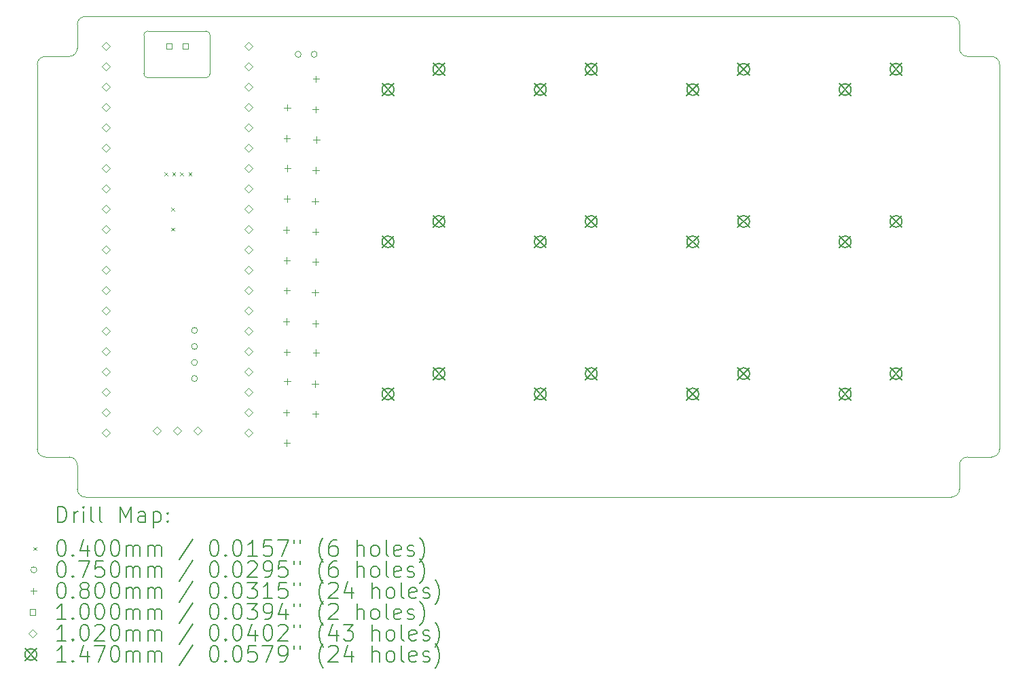
<source format=gbr>
%TF.GenerationSoftware,KiCad,Pcbnew,7.0.9*%
%TF.CreationDate,2024-08-20T09:53:01-04:00*%
%TF.ProjectId,macropad-pico,6d616372-6f70-4616-942d-7069636f2e6b,rev?*%
%TF.SameCoordinates,Original*%
%TF.FileFunction,Drillmap*%
%TF.FilePolarity,Positive*%
%FSLAX45Y45*%
G04 Gerber Fmt 4.5, Leading zero omitted, Abs format (unit mm)*
G04 Created by KiCad (PCBNEW 7.0.9) date 2024-08-20 09:53:01*
%MOMM*%
%LPD*%
G01*
G04 APERTURE LIST*
%ADD10C,0.100000*%
%ADD11C,0.200000*%
%ADD12C,0.102000*%
%ADD13C,0.147000*%
G04 APERTURE END LIST*
D10*
X11883400Y-4334200D02*
X11883400Y-3852900D01*
X11933400Y-4384200D02*
X12660600Y-4384200D01*
X11054800Y-9220000D02*
X11054800Y-9520000D01*
X22554800Y-4220000D02*
G75*
G03*
X22454800Y-4120000I-100000J0D01*
G01*
X22154800Y-9120000D02*
X22454800Y-9120000D01*
X22154800Y-9120000D02*
G75*
G03*
X22054800Y-9220000I0J-100000D01*
G01*
X22054800Y-9520000D02*
X22054800Y-9220000D01*
X11154800Y-3620000D02*
G75*
G03*
X11054800Y-3720000I0J-100000D01*
G01*
X12660600Y-4384200D02*
G75*
G03*
X12710600Y-4334200I0J50000D01*
G01*
X12660600Y-3802900D02*
X11933400Y-3802900D01*
X22054800Y-4020000D02*
G75*
G03*
X22154800Y-4120000I100000J0D01*
G01*
X10554800Y-4220000D02*
X10554800Y-9020000D01*
X22154800Y-4120000D02*
X22454800Y-4120000D01*
X10954800Y-4120000D02*
X10654800Y-4120000D01*
X10654800Y-4120000D02*
G75*
G03*
X10554800Y-4220000I0J-100000D01*
G01*
X10954800Y-4120000D02*
G75*
G03*
X11054800Y-4020000I0J100000D01*
G01*
X11054800Y-3720000D02*
X11054800Y-4020000D01*
X12710600Y-3852900D02*
G75*
G03*
X12660600Y-3802900I-50000J0D01*
G01*
X21954800Y-3620000D02*
X11154800Y-3620000D01*
X11154800Y-9620000D02*
X21954800Y-9620000D01*
X11883400Y-4334200D02*
G75*
G03*
X11933400Y-4384200I50000J0D01*
G01*
X22454800Y-9120000D02*
G75*
G03*
X22554800Y-9020000I0J100000D01*
G01*
X21954800Y-9620000D02*
G75*
G03*
X22054800Y-9520000I0J100000D01*
G01*
X11054800Y-9220000D02*
G75*
G03*
X10954800Y-9120000I-100000J0D01*
G01*
X22554800Y-9020000D02*
X22554800Y-4220000D01*
X22054800Y-3720000D02*
X22054800Y-4020000D01*
X11933400Y-3802900D02*
G75*
G03*
X11883400Y-3852900I0J-50000D01*
G01*
X11054800Y-9520000D02*
G75*
G03*
X11154800Y-9620000I100000J0D01*
G01*
X10554800Y-9020000D02*
G75*
G03*
X10654800Y-9120000I100000J0D01*
G01*
X10654800Y-9120000D02*
X10954800Y-9120000D01*
X22054800Y-3720000D02*
G75*
G03*
X21954800Y-3620000I-100000J0D01*
G01*
X12710600Y-4334200D02*
X12710600Y-3852900D01*
D11*
D10*
X12139123Y-5563919D02*
X12179123Y-5603919D01*
X12179123Y-5563919D02*
X12139123Y-5603919D01*
X12223600Y-6007600D02*
X12263600Y-6047600D01*
X12263600Y-6007600D02*
X12223600Y-6047600D01*
X12225900Y-6256500D02*
X12265900Y-6296500D01*
X12265900Y-6256500D02*
X12225900Y-6296500D01*
X12239066Y-5565138D02*
X12279066Y-5605138D01*
X12279066Y-5565138D02*
X12239066Y-5605138D01*
X12338908Y-5569792D02*
X12378908Y-5609792D01*
X12378908Y-5569792D02*
X12338908Y-5609792D01*
X12443008Y-5566992D02*
X12483008Y-5606992D01*
X12483008Y-5566992D02*
X12443008Y-5606992D01*
X12553700Y-7540200D02*
G75*
G03*
X12553700Y-7540200I-37500J0D01*
G01*
X12553700Y-7740200D02*
G75*
G03*
X12553700Y-7740200I-37500J0D01*
G01*
X12553700Y-7940200D02*
G75*
G03*
X12553700Y-7940200I-37500J0D01*
G01*
X12553700Y-8140200D02*
G75*
G03*
X12553700Y-8140200I-37500J0D01*
G01*
X13846400Y-4093300D02*
G75*
G03*
X13846400Y-4093300I-37500J0D01*
G01*
X14046400Y-4093300D02*
G75*
G03*
X14046400Y-4093300I-37500J0D01*
G01*
X13661703Y-6246397D02*
X13661703Y-6326397D01*
X13621703Y-6286397D02*
X13701703Y-6286397D01*
X13661703Y-7386697D02*
X13661703Y-7466697D01*
X13621703Y-7426697D02*
X13701703Y-7426697D01*
X13661703Y-8526997D02*
X13661703Y-8606997D01*
X13621703Y-8566997D02*
X13701703Y-8566997D01*
X13666403Y-5101297D02*
X13666403Y-5181297D01*
X13626403Y-5141297D02*
X13706403Y-5141297D01*
X13666403Y-6626497D02*
X13666403Y-6706497D01*
X13626403Y-6666497D02*
X13706403Y-6666497D01*
X13666403Y-7001797D02*
X13666403Y-7081797D01*
X13626403Y-7041797D02*
X13706403Y-7041797D01*
X13666403Y-7771597D02*
X13666403Y-7851597D01*
X13626403Y-7811597D02*
X13706403Y-7811597D01*
X13666403Y-8902397D02*
X13666403Y-8982397D01*
X13626403Y-8942397D02*
X13706403Y-8942397D01*
X13670208Y-5857692D02*
X13670208Y-5937692D01*
X13630208Y-5897692D02*
X13710208Y-5897692D01*
X13671203Y-4718797D02*
X13671203Y-4798797D01*
X13631203Y-4758797D02*
X13711203Y-4758797D01*
X13671203Y-8137397D02*
X13671203Y-8217397D01*
X13631203Y-8177397D02*
X13711203Y-8177397D01*
X13675903Y-5476697D02*
X13675903Y-5556697D01*
X13635903Y-5516697D02*
X13715903Y-5516697D01*
X14020913Y-5887187D02*
X14020913Y-5967187D01*
X13980913Y-5927187D02*
X14060913Y-5927187D01*
X14020913Y-7027487D02*
X14020913Y-7107487D01*
X13980913Y-7067487D02*
X14060913Y-7067487D01*
X14020913Y-8167787D02*
X14020913Y-8247787D01*
X13980913Y-8207787D02*
X14060913Y-8207787D01*
X14025613Y-4742087D02*
X14025613Y-4822087D01*
X13985613Y-4782087D02*
X14065613Y-4782087D01*
X14025613Y-6267287D02*
X14025613Y-6347287D01*
X13985613Y-6307287D02*
X14065613Y-6307287D01*
X14025613Y-6642587D02*
X14025613Y-6722587D01*
X13985613Y-6682587D02*
X14065613Y-6682587D01*
X14025613Y-7412387D02*
X14025613Y-7492387D01*
X13985613Y-7452387D02*
X14065613Y-7452387D01*
X14025613Y-8543187D02*
X14025613Y-8623187D01*
X13985613Y-8583187D02*
X14065613Y-8583187D01*
X14029418Y-5498482D02*
X14029418Y-5578482D01*
X13989418Y-5538482D02*
X14069418Y-5538482D01*
X14030413Y-4359587D02*
X14030413Y-4439587D01*
X13990413Y-4399587D02*
X14070413Y-4399587D01*
X14030413Y-7778187D02*
X14030413Y-7858187D01*
X13990413Y-7818187D02*
X14070413Y-7818187D01*
X14035113Y-5117487D02*
X14035113Y-5197487D01*
X13995113Y-5157487D02*
X14075113Y-5157487D01*
X12233163Y-4026548D02*
X12233163Y-3955837D01*
X12162452Y-3955837D01*
X12162452Y-4026548D01*
X12233163Y-4026548D01*
X12436363Y-4026548D02*
X12436363Y-3955837D01*
X12365652Y-3955837D01*
X12365652Y-4026548D01*
X12436363Y-4026548D01*
D12*
X11410408Y-4041692D02*
X11461408Y-3990692D01*
X11410408Y-3939692D01*
X11359408Y-3990692D01*
X11410408Y-4041692D01*
X11410408Y-4295692D02*
X11461408Y-4244692D01*
X11410408Y-4193692D01*
X11359408Y-4244692D01*
X11410408Y-4295692D01*
X11410408Y-4549692D02*
X11461408Y-4498692D01*
X11410408Y-4447692D01*
X11359408Y-4498692D01*
X11410408Y-4549692D01*
X11410408Y-4803692D02*
X11461408Y-4752692D01*
X11410408Y-4701692D01*
X11359408Y-4752692D01*
X11410408Y-4803692D01*
X11410408Y-5057692D02*
X11461408Y-5006692D01*
X11410408Y-4955692D01*
X11359408Y-5006692D01*
X11410408Y-5057692D01*
X11410408Y-5311692D02*
X11461408Y-5260692D01*
X11410408Y-5209692D01*
X11359408Y-5260692D01*
X11410408Y-5311692D01*
X11410408Y-5565692D02*
X11461408Y-5514692D01*
X11410408Y-5463692D01*
X11359408Y-5514692D01*
X11410408Y-5565692D01*
X11410408Y-5819692D02*
X11461408Y-5768692D01*
X11410408Y-5717692D01*
X11359408Y-5768692D01*
X11410408Y-5819692D01*
X11410408Y-6073692D02*
X11461408Y-6022692D01*
X11410408Y-5971692D01*
X11359408Y-6022692D01*
X11410408Y-6073692D01*
X11410408Y-6327692D02*
X11461408Y-6276692D01*
X11410408Y-6225692D01*
X11359408Y-6276692D01*
X11410408Y-6327692D01*
X11410408Y-6581692D02*
X11461408Y-6530692D01*
X11410408Y-6479692D01*
X11359408Y-6530692D01*
X11410408Y-6581692D01*
X11410408Y-6835692D02*
X11461408Y-6784692D01*
X11410408Y-6733692D01*
X11359408Y-6784692D01*
X11410408Y-6835692D01*
X11410408Y-7089692D02*
X11461408Y-7038692D01*
X11410408Y-6987692D01*
X11359408Y-7038692D01*
X11410408Y-7089692D01*
X11410408Y-7343692D02*
X11461408Y-7292692D01*
X11410408Y-7241692D01*
X11359408Y-7292692D01*
X11410408Y-7343692D01*
X11410408Y-7597692D02*
X11461408Y-7546692D01*
X11410408Y-7495692D01*
X11359408Y-7546692D01*
X11410408Y-7597692D01*
X11410408Y-7851692D02*
X11461408Y-7800692D01*
X11410408Y-7749692D01*
X11359408Y-7800692D01*
X11410408Y-7851692D01*
X11410408Y-8105692D02*
X11461408Y-8054692D01*
X11410408Y-8003692D01*
X11359408Y-8054692D01*
X11410408Y-8105692D01*
X11410408Y-8359692D02*
X11461408Y-8308692D01*
X11410408Y-8257692D01*
X11359408Y-8308692D01*
X11410408Y-8359692D01*
X11410408Y-8613692D02*
X11461408Y-8562692D01*
X11410408Y-8511692D01*
X11359408Y-8562692D01*
X11410408Y-8613692D01*
X11410408Y-8867692D02*
X11461408Y-8816692D01*
X11410408Y-8765692D01*
X11359408Y-8816692D01*
X11410408Y-8867692D01*
X12045408Y-8844692D02*
X12096408Y-8793692D01*
X12045408Y-8742692D01*
X11994408Y-8793692D01*
X12045408Y-8844692D01*
X12299408Y-8844692D02*
X12350408Y-8793692D01*
X12299408Y-8742692D01*
X12248408Y-8793692D01*
X12299408Y-8844692D01*
X12553408Y-8844692D02*
X12604408Y-8793692D01*
X12553408Y-8742692D01*
X12502408Y-8793692D01*
X12553408Y-8844692D01*
X13188408Y-4041692D02*
X13239408Y-3990692D01*
X13188408Y-3939692D01*
X13137408Y-3990692D01*
X13188408Y-4041692D01*
X13188408Y-4295692D02*
X13239408Y-4244692D01*
X13188408Y-4193692D01*
X13137408Y-4244692D01*
X13188408Y-4295692D01*
X13188408Y-4549692D02*
X13239408Y-4498692D01*
X13188408Y-4447692D01*
X13137408Y-4498692D01*
X13188408Y-4549692D01*
X13188408Y-4803692D02*
X13239408Y-4752692D01*
X13188408Y-4701692D01*
X13137408Y-4752692D01*
X13188408Y-4803692D01*
X13188408Y-5057692D02*
X13239408Y-5006692D01*
X13188408Y-4955692D01*
X13137408Y-5006692D01*
X13188408Y-5057692D01*
X13188408Y-5311692D02*
X13239408Y-5260692D01*
X13188408Y-5209692D01*
X13137408Y-5260692D01*
X13188408Y-5311692D01*
X13188408Y-5565692D02*
X13239408Y-5514692D01*
X13188408Y-5463692D01*
X13137408Y-5514692D01*
X13188408Y-5565692D01*
X13188408Y-5819692D02*
X13239408Y-5768692D01*
X13188408Y-5717692D01*
X13137408Y-5768692D01*
X13188408Y-5819692D01*
X13188408Y-6073692D02*
X13239408Y-6022692D01*
X13188408Y-5971692D01*
X13137408Y-6022692D01*
X13188408Y-6073692D01*
X13188408Y-6327692D02*
X13239408Y-6276692D01*
X13188408Y-6225692D01*
X13137408Y-6276692D01*
X13188408Y-6327692D01*
X13188408Y-6581692D02*
X13239408Y-6530692D01*
X13188408Y-6479692D01*
X13137408Y-6530692D01*
X13188408Y-6581692D01*
X13188408Y-6835692D02*
X13239408Y-6784692D01*
X13188408Y-6733692D01*
X13137408Y-6784692D01*
X13188408Y-6835692D01*
X13188408Y-7089692D02*
X13239408Y-7038692D01*
X13188408Y-6987692D01*
X13137408Y-7038692D01*
X13188408Y-7089692D01*
X13188408Y-7343692D02*
X13239408Y-7292692D01*
X13188408Y-7241692D01*
X13137408Y-7292692D01*
X13188408Y-7343692D01*
X13188408Y-7597692D02*
X13239408Y-7546692D01*
X13188408Y-7495692D01*
X13137408Y-7546692D01*
X13188408Y-7597692D01*
X13188408Y-7851692D02*
X13239408Y-7800692D01*
X13188408Y-7749692D01*
X13137408Y-7800692D01*
X13188408Y-7851692D01*
X13188408Y-8105692D02*
X13239408Y-8054692D01*
X13188408Y-8003692D01*
X13137408Y-8054692D01*
X13188408Y-8105692D01*
X13188408Y-8359692D02*
X13239408Y-8308692D01*
X13188408Y-8257692D01*
X13137408Y-8308692D01*
X13188408Y-8359692D01*
X13188408Y-8613692D02*
X13239408Y-8562692D01*
X13188408Y-8511692D01*
X13137408Y-8562692D01*
X13188408Y-8613692D01*
X13188408Y-8867692D02*
X13239408Y-8816692D01*
X13188408Y-8765692D01*
X13137408Y-8816692D01*
X13188408Y-8867692D01*
D13*
X14855308Y-4459692D02*
X15002308Y-4606692D01*
X15002308Y-4459692D02*
X14855308Y-4606692D01*
X15002308Y-4533192D02*
G75*
G03*
X15002308Y-4533192I-73500J0D01*
G01*
X14855308Y-6359692D02*
X15002308Y-6506692D01*
X15002308Y-6359692D02*
X14855308Y-6506692D01*
X15002308Y-6433192D02*
G75*
G03*
X15002308Y-6433192I-73500J0D01*
G01*
X14855308Y-8259692D02*
X15002308Y-8406692D01*
X15002308Y-8259692D02*
X14855308Y-8406692D01*
X15002308Y-8333192D02*
G75*
G03*
X15002308Y-8333192I-73500J0D01*
G01*
X15490308Y-4205692D02*
X15637308Y-4352692D01*
X15637308Y-4205692D02*
X15490308Y-4352692D01*
X15637308Y-4279192D02*
G75*
G03*
X15637308Y-4279192I-73500J0D01*
G01*
X15490308Y-6105692D02*
X15637308Y-6252692D01*
X15637308Y-6105692D02*
X15490308Y-6252692D01*
X15637308Y-6179192D02*
G75*
G03*
X15637308Y-6179192I-73500J0D01*
G01*
X15490308Y-8005692D02*
X15637308Y-8152692D01*
X15637308Y-8005692D02*
X15490308Y-8152692D01*
X15637308Y-8079192D02*
G75*
G03*
X15637308Y-8079192I-73500J0D01*
G01*
X16755308Y-4459692D02*
X16902308Y-4606692D01*
X16902308Y-4459692D02*
X16755308Y-4606692D01*
X16902308Y-4533192D02*
G75*
G03*
X16902308Y-4533192I-73500J0D01*
G01*
X16755308Y-6359692D02*
X16902308Y-6506692D01*
X16902308Y-6359692D02*
X16755308Y-6506692D01*
X16902308Y-6433192D02*
G75*
G03*
X16902308Y-6433192I-73500J0D01*
G01*
X16755308Y-8259692D02*
X16902308Y-8406692D01*
X16902308Y-8259692D02*
X16755308Y-8406692D01*
X16902308Y-8333192D02*
G75*
G03*
X16902308Y-8333192I-73500J0D01*
G01*
X17390308Y-4205692D02*
X17537308Y-4352692D01*
X17537308Y-4205692D02*
X17390308Y-4352692D01*
X17537308Y-4279192D02*
G75*
G03*
X17537308Y-4279192I-73500J0D01*
G01*
X17390308Y-6105692D02*
X17537308Y-6252692D01*
X17537308Y-6105692D02*
X17390308Y-6252692D01*
X17537308Y-6179192D02*
G75*
G03*
X17537308Y-6179192I-73500J0D01*
G01*
X17390308Y-8005692D02*
X17537308Y-8152692D01*
X17537308Y-8005692D02*
X17390308Y-8152692D01*
X17537308Y-8079192D02*
G75*
G03*
X17537308Y-8079192I-73500J0D01*
G01*
X18655308Y-4459692D02*
X18802308Y-4606692D01*
X18802308Y-4459692D02*
X18655308Y-4606692D01*
X18802308Y-4533192D02*
G75*
G03*
X18802308Y-4533192I-73500J0D01*
G01*
X18655308Y-6359692D02*
X18802308Y-6506692D01*
X18802308Y-6359692D02*
X18655308Y-6506692D01*
X18802308Y-6433192D02*
G75*
G03*
X18802308Y-6433192I-73500J0D01*
G01*
X18655308Y-8259692D02*
X18802308Y-8406692D01*
X18802308Y-8259692D02*
X18655308Y-8406692D01*
X18802308Y-8333192D02*
G75*
G03*
X18802308Y-8333192I-73500J0D01*
G01*
X19290308Y-4205692D02*
X19437308Y-4352692D01*
X19437308Y-4205692D02*
X19290308Y-4352692D01*
X19437308Y-4279192D02*
G75*
G03*
X19437308Y-4279192I-73500J0D01*
G01*
X19290308Y-6105692D02*
X19437308Y-6252692D01*
X19437308Y-6105692D02*
X19290308Y-6252692D01*
X19437308Y-6179192D02*
G75*
G03*
X19437308Y-6179192I-73500J0D01*
G01*
X19290308Y-8005692D02*
X19437308Y-8152692D01*
X19437308Y-8005692D02*
X19290308Y-8152692D01*
X19437308Y-8079192D02*
G75*
G03*
X19437308Y-8079192I-73500J0D01*
G01*
X20555308Y-4459692D02*
X20702308Y-4606692D01*
X20702308Y-4459692D02*
X20555308Y-4606692D01*
X20702308Y-4533192D02*
G75*
G03*
X20702308Y-4533192I-73500J0D01*
G01*
X20555308Y-6359692D02*
X20702308Y-6506692D01*
X20702308Y-6359692D02*
X20555308Y-6506692D01*
X20702308Y-6433192D02*
G75*
G03*
X20702308Y-6433192I-73500J0D01*
G01*
X20555308Y-8259692D02*
X20702308Y-8406692D01*
X20702308Y-8259692D02*
X20555308Y-8406692D01*
X20702308Y-8333192D02*
G75*
G03*
X20702308Y-8333192I-73500J0D01*
G01*
X21190308Y-4205692D02*
X21337308Y-4352692D01*
X21337308Y-4205692D02*
X21190308Y-4352692D01*
X21337308Y-4279192D02*
G75*
G03*
X21337308Y-4279192I-73500J0D01*
G01*
X21190308Y-6105692D02*
X21337308Y-6252692D01*
X21337308Y-6105692D02*
X21190308Y-6252692D01*
X21337308Y-6179192D02*
G75*
G03*
X21337308Y-6179192I-73500J0D01*
G01*
X21190308Y-8005692D02*
X21337308Y-8152692D01*
X21337308Y-8005692D02*
X21190308Y-8152692D01*
X21337308Y-8079192D02*
G75*
G03*
X21337308Y-8079192I-73500J0D01*
G01*
D11*
X10810577Y-9936484D02*
X10810577Y-9736484D01*
X10810577Y-9736484D02*
X10858196Y-9736484D01*
X10858196Y-9736484D02*
X10886767Y-9746008D01*
X10886767Y-9746008D02*
X10905815Y-9765055D01*
X10905815Y-9765055D02*
X10915339Y-9784103D01*
X10915339Y-9784103D02*
X10924863Y-9822198D01*
X10924863Y-9822198D02*
X10924863Y-9850770D01*
X10924863Y-9850770D02*
X10915339Y-9888865D01*
X10915339Y-9888865D02*
X10905815Y-9907912D01*
X10905815Y-9907912D02*
X10886767Y-9926960D01*
X10886767Y-9926960D02*
X10858196Y-9936484D01*
X10858196Y-9936484D02*
X10810577Y-9936484D01*
X11010577Y-9936484D02*
X11010577Y-9803150D01*
X11010577Y-9841246D02*
X11020101Y-9822198D01*
X11020101Y-9822198D02*
X11029624Y-9812674D01*
X11029624Y-9812674D02*
X11048672Y-9803150D01*
X11048672Y-9803150D02*
X11067720Y-9803150D01*
X11134386Y-9936484D02*
X11134386Y-9803150D01*
X11134386Y-9736484D02*
X11124863Y-9746008D01*
X11124863Y-9746008D02*
X11134386Y-9755531D01*
X11134386Y-9755531D02*
X11143910Y-9746008D01*
X11143910Y-9746008D02*
X11134386Y-9736484D01*
X11134386Y-9736484D02*
X11134386Y-9755531D01*
X11258196Y-9936484D02*
X11239148Y-9926960D01*
X11239148Y-9926960D02*
X11229624Y-9907912D01*
X11229624Y-9907912D02*
X11229624Y-9736484D01*
X11362958Y-9936484D02*
X11343910Y-9926960D01*
X11343910Y-9926960D02*
X11334386Y-9907912D01*
X11334386Y-9907912D02*
X11334386Y-9736484D01*
X11591529Y-9936484D02*
X11591529Y-9736484D01*
X11591529Y-9736484D02*
X11658196Y-9879341D01*
X11658196Y-9879341D02*
X11724862Y-9736484D01*
X11724862Y-9736484D02*
X11724862Y-9936484D01*
X11905815Y-9936484D02*
X11905815Y-9831722D01*
X11905815Y-9831722D02*
X11896291Y-9812674D01*
X11896291Y-9812674D02*
X11877243Y-9803150D01*
X11877243Y-9803150D02*
X11839148Y-9803150D01*
X11839148Y-9803150D02*
X11820101Y-9812674D01*
X11905815Y-9926960D02*
X11886767Y-9936484D01*
X11886767Y-9936484D02*
X11839148Y-9936484D01*
X11839148Y-9936484D02*
X11820101Y-9926960D01*
X11820101Y-9926960D02*
X11810577Y-9907912D01*
X11810577Y-9907912D02*
X11810577Y-9888865D01*
X11810577Y-9888865D02*
X11820101Y-9869817D01*
X11820101Y-9869817D02*
X11839148Y-9860293D01*
X11839148Y-9860293D02*
X11886767Y-9860293D01*
X11886767Y-9860293D02*
X11905815Y-9850770D01*
X12001053Y-9803150D02*
X12001053Y-10003150D01*
X12001053Y-9812674D02*
X12020101Y-9803150D01*
X12020101Y-9803150D02*
X12058196Y-9803150D01*
X12058196Y-9803150D02*
X12077243Y-9812674D01*
X12077243Y-9812674D02*
X12086767Y-9822198D01*
X12086767Y-9822198D02*
X12096291Y-9841246D01*
X12096291Y-9841246D02*
X12096291Y-9898389D01*
X12096291Y-9898389D02*
X12086767Y-9917436D01*
X12086767Y-9917436D02*
X12077243Y-9926960D01*
X12077243Y-9926960D02*
X12058196Y-9936484D01*
X12058196Y-9936484D02*
X12020101Y-9936484D01*
X12020101Y-9936484D02*
X12001053Y-9926960D01*
X12182005Y-9917436D02*
X12191529Y-9926960D01*
X12191529Y-9926960D02*
X12182005Y-9936484D01*
X12182005Y-9936484D02*
X12172482Y-9926960D01*
X12172482Y-9926960D02*
X12182005Y-9917436D01*
X12182005Y-9917436D02*
X12182005Y-9936484D01*
X12182005Y-9812674D02*
X12191529Y-9822198D01*
X12191529Y-9822198D02*
X12182005Y-9831722D01*
X12182005Y-9831722D02*
X12172482Y-9822198D01*
X12172482Y-9822198D02*
X12182005Y-9812674D01*
X12182005Y-9812674D02*
X12182005Y-9831722D01*
D10*
X10509800Y-10245000D02*
X10549800Y-10285000D01*
X10549800Y-10245000D02*
X10509800Y-10285000D01*
D11*
X10848672Y-10156484D02*
X10867720Y-10156484D01*
X10867720Y-10156484D02*
X10886767Y-10166008D01*
X10886767Y-10166008D02*
X10896291Y-10175531D01*
X10896291Y-10175531D02*
X10905815Y-10194579D01*
X10905815Y-10194579D02*
X10915339Y-10232674D01*
X10915339Y-10232674D02*
X10915339Y-10280293D01*
X10915339Y-10280293D02*
X10905815Y-10318389D01*
X10905815Y-10318389D02*
X10896291Y-10337436D01*
X10896291Y-10337436D02*
X10886767Y-10346960D01*
X10886767Y-10346960D02*
X10867720Y-10356484D01*
X10867720Y-10356484D02*
X10848672Y-10356484D01*
X10848672Y-10356484D02*
X10829624Y-10346960D01*
X10829624Y-10346960D02*
X10820101Y-10337436D01*
X10820101Y-10337436D02*
X10810577Y-10318389D01*
X10810577Y-10318389D02*
X10801053Y-10280293D01*
X10801053Y-10280293D02*
X10801053Y-10232674D01*
X10801053Y-10232674D02*
X10810577Y-10194579D01*
X10810577Y-10194579D02*
X10820101Y-10175531D01*
X10820101Y-10175531D02*
X10829624Y-10166008D01*
X10829624Y-10166008D02*
X10848672Y-10156484D01*
X11001053Y-10337436D02*
X11010577Y-10346960D01*
X11010577Y-10346960D02*
X11001053Y-10356484D01*
X11001053Y-10356484D02*
X10991529Y-10346960D01*
X10991529Y-10346960D02*
X11001053Y-10337436D01*
X11001053Y-10337436D02*
X11001053Y-10356484D01*
X11182005Y-10223150D02*
X11182005Y-10356484D01*
X11134386Y-10146960D02*
X11086767Y-10289817D01*
X11086767Y-10289817D02*
X11210577Y-10289817D01*
X11324862Y-10156484D02*
X11343910Y-10156484D01*
X11343910Y-10156484D02*
X11362958Y-10166008D01*
X11362958Y-10166008D02*
X11372482Y-10175531D01*
X11372482Y-10175531D02*
X11382005Y-10194579D01*
X11382005Y-10194579D02*
X11391529Y-10232674D01*
X11391529Y-10232674D02*
X11391529Y-10280293D01*
X11391529Y-10280293D02*
X11382005Y-10318389D01*
X11382005Y-10318389D02*
X11372482Y-10337436D01*
X11372482Y-10337436D02*
X11362958Y-10346960D01*
X11362958Y-10346960D02*
X11343910Y-10356484D01*
X11343910Y-10356484D02*
X11324862Y-10356484D01*
X11324862Y-10356484D02*
X11305815Y-10346960D01*
X11305815Y-10346960D02*
X11296291Y-10337436D01*
X11296291Y-10337436D02*
X11286767Y-10318389D01*
X11286767Y-10318389D02*
X11277243Y-10280293D01*
X11277243Y-10280293D02*
X11277243Y-10232674D01*
X11277243Y-10232674D02*
X11286767Y-10194579D01*
X11286767Y-10194579D02*
X11296291Y-10175531D01*
X11296291Y-10175531D02*
X11305815Y-10166008D01*
X11305815Y-10166008D02*
X11324862Y-10156484D01*
X11515339Y-10156484D02*
X11534386Y-10156484D01*
X11534386Y-10156484D02*
X11553434Y-10166008D01*
X11553434Y-10166008D02*
X11562958Y-10175531D01*
X11562958Y-10175531D02*
X11572482Y-10194579D01*
X11572482Y-10194579D02*
X11582005Y-10232674D01*
X11582005Y-10232674D02*
X11582005Y-10280293D01*
X11582005Y-10280293D02*
X11572482Y-10318389D01*
X11572482Y-10318389D02*
X11562958Y-10337436D01*
X11562958Y-10337436D02*
X11553434Y-10346960D01*
X11553434Y-10346960D02*
X11534386Y-10356484D01*
X11534386Y-10356484D02*
X11515339Y-10356484D01*
X11515339Y-10356484D02*
X11496291Y-10346960D01*
X11496291Y-10346960D02*
X11486767Y-10337436D01*
X11486767Y-10337436D02*
X11477243Y-10318389D01*
X11477243Y-10318389D02*
X11467720Y-10280293D01*
X11467720Y-10280293D02*
X11467720Y-10232674D01*
X11467720Y-10232674D02*
X11477243Y-10194579D01*
X11477243Y-10194579D02*
X11486767Y-10175531D01*
X11486767Y-10175531D02*
X11496291Y-10166008D01*
X11496291Y-10166008D02*
X11515339Y-10156484D01*
X11667720Y-10356484D02*
X11667720Y-10223150D01*
X11667720Y-10242198D02*
X11677243Y-10232674D01*
X11677243Y-10232674D02*
X11696291Y-10223150D01*
X11696291Y-10223150D02*
X11724863Y-10223150D01*
X11724863Y-10223150D02*
X11743910Y-10232674D01*
X11743910Y-10232674D02*
X11753434Y-10251722D01*
X11753434Y-10251722D02*
X11753434Y-10356484D01*
X11753434Y-10251722D02*
X11762958Y-10232674D01*
X11762958Y-10232674D02*
X11782005Y-10223150D01*
X11782005Y-10223150D02*
X11810577Y-10223150D01*
X11810577Y-10223150D02*
X11829624Y-10232674D01*
X11829624Y-10232674D02*
X11839148Y-10251722D01*
X11839148Y-10251722D02*
X11839148Y-10356484D01*
X11934386Y-10356484D02*
X11934386Y-10223150D01*
X11934386Y-10242198D02*
X11943910Y-10232674D01*
X11943910Y-10232674D02*
X11962958Y-10223150D01*
X11962958Y-10223150D02*
X11991529Y-10223150D01*
X11991529Y-10223150D02*
X12010577Y-10232674D01*
X12010577Y-10232674D02*
X12020101Y-10251722D01*
X12020101Y-10251722D02*
X12020101Y-10356484D01*
X12020101Y-10251722D02*
X12029624Y-10232674D01*
X12029624Y-10232674D02*
X12048672Y-10223150D01*
X12048672Y-10223150D02*
X12077243Y-10223150D01*
X12077243Y-10223150D02*
X12096291Y-10232674D01*
X12096291Y-10232674D02*
X12105815Y-10251722D01*
X12105815Y-10251722D02*
X12105815Y-10356484D01*
X12496291Y-10146960D02*
X12324863Y-10404103D01*
X12753434Y-10156484D02*
X12772482Y-10156484D01*
X12772482Y-10156484D02*
X12791529Y-10166008D01*
X12791529Y-10166008D02*
X12801053Y-10175531D01*
X12801053Y-10175531D02*
X12810577Y-10194579D01*
X12810577Y-10194579D02*
X12820101Y-10232674D01*
X12820101Y-10232674D02*
X12820101Y-10280293D01*
X12820101Y-10280293D02*
X12810577Y-10318389D01*
X12810577Y-10318389D02*
X12801053Y-10337436D01*
X12801053Y-10337436D02*
X12791529Y-10346960D01*
X12791529Y-10346960D02*
X12772482Y-10356484D01*
X12772482Y-10356484D02*
X12753434Y-10356484D01*
X12753434Y-10356484D02*
X12734386Y-10346960D01*
X12734386Y-10346960D02*
X12724863Y-10337436D01*
X12724863Y-10337436D02*
X12715339Y-10318389D01*
X12715339Y-10318389D02*
X12705815Y-10280293D01*
X12705815Y-10280293D02*
X12705815Y-10232674D01*
X12705815Y-10232674D02*
X12715339Y-10194579D01*
X12715339Y-10194579D02*
X12724863Y-10175531D01*
X12724863Y-10175531D02*
X12734386Y-10166008D01*
X12734386Y-10166008D02*
X12753434Y-10156484D01*
X12905815Y-10337436D02*
X12915339Y-10346960D01*
X12915339Y-10346960D02*
X12905815Y-10356484D01*
X12905815Y-10356484D02*
X12896291Y-10346960D01*
X12896291Y-10346960D02*
X12905815Y-10337436D01*
X12905815Y-10337436D02*
X12905815Y-10356484D01*
X13039148Y-10156484D02*
X13058196Y-10156484D01*
X13058196Y-10156484D02*
X13077244Y-10166008D01*
X13077244Y-10166008D02*
X13086767Y-10175531D01*
X13086767Y-10175531D02*
X13096291Y-10194579D01*
X13096291Y-10194579D02*
X13105815Y-10232674D01*
X13105815Y-10232674D02*
X13105815Y-10280293D01*
X13105815Y-10280293D02*
X13096291Y-10318389D01*
X13096291Y-10318389D02*
X13086767Y-10337436D01*
X13086767Y-10337436D02*
X13077244Y-10346960D01*
X13077244Y-10346960D02*
X13058196Y-10356484D01*
X13058196Y-10356484D02*
X13039148Y-10356484D01*
X13039148Y-10356484D02*
X13020101Y-10346960D01*
X13020101Y-10346960D02*
X13010577Y-10337436D01*
X13010577Y-10337436D02*
X13001053Y-10318389D01*
X13001053Y-10318389D02*
X12991529Y-10280293D01*
X12991529Y-10280293D02*
X12991529Y-10232674D01*
X12991529Y-10232674D02*
X13001053Y-10194579D01*
X13001053Y-10194579D02*
X13010577Y-10175531D01*
X13010577Y-10175531D02*
X13020101Y-10166008D01*
X13020101Y-10166008D02*
X13039148Y-10156484D01*
X13296291Y-10356484D02*
X13182006Y-10356484D01*
X13239148Y-10356484D02*
X13239148Y-10156484D01*
X13239148Y-10156484D02*
X13220101Y-10185055D01*
X13220101Y-10185055D02*
X13201053Y-10204103D01*
X13201053Y-10204103D02*
X13182006Y-10213627D01*
X13477244Y-10156484D02*
X13382006Y-10156484D01*
X13382006Y-10156484D02*
X13372482Y-10251722D01*
X13372482Y-10251722D02*
X13382006Y-10242198D01*
X13382006Y-10242198D02*
X13401053Y-10232674D01*
X13401053Y-10232674D02*
X13448672Y-10232674D01*
X13448672Y-10232674D02*
X13467720Y-10242198D01*
X13467720Y-10242198D02*
X13477244Y-10251722D01*
X13477244Y-10251722D02*
X13486767Y-10270770D01*
X13486767Y-10270770D02*
X13486767Y-10318389D01*
X13486767Y-10318389D02*
X13477244Y-10337436D01*
X13477244Y-10337436D02*
X13467720Y-10346960D01*
X13467720Y-10346960D02*
X13448672Y-10356484D01*
X13448672Y-10356484D02*
X13401053Y-10356484D01*
X13401053Y-10356484D02*
X13382006Y-10346960D01*
X13382006Y-10346960D02*
X13372482Y-10337436D01*
X13553434Y-10156484D02*
X13686767Y-10156484D01*
X13686767Y-10156484D02*
X13601053Y-10356484D01*
X13753434Y-10156484D02*
X13753434Y-10194579D01*
X13829625Y-10156484D02*
X13829625Y-10194579D01*
X14124863Y-10432674D02*
X14115339Y-10423150D01*
X14115339Y-10423150D02*
X14096291Y-10394579D01*
X14096291Y-10394579D02*
X14086768Y-10375531D01*
X14086768Y-10375531D02*
X14077244Y-10346960D01*
X14077244Y-10346960D02*
X14067720Y-10299341D01*
X14067720Y-10299341D02*
X14067720Y-10261246D01*
X14067720Y-10261246D02*
X14077244Y-10213627D01*
X14077244Y-10213627D02*
X14086768Y-10185055D01*
X14086768Y-10185055D02*
X14096291Y-10166008D01*
X14096291Y-10166008D02*
X14115339Y-10137436D01*
X14115339Y-10137436D02*
X14124863Y-10127912D01*
X14286768Y-10156484D02*
X14248672Y-10156484D01*
X14248672Y-10156484D02*
X14229625Y-10166008D01*
X14229625Y-10166008D02*
X14220101Y-10175531D01*
X14220101Y-10175531D02*
X14201053Y-10204103D01*
X14201053Y-10204103D02*
X14191529Y-10242198D01*
X14191529Y-10242198D02*
X14191529Y-10318389D01*
X14191529Y-10318389D02*
X14201053Y-10337436D01*
X14201053Y-10337436D02*
X14210577Y-10346960D01*
X14210577Y-10346960D02*
X14229625Y-10356484D01*
X14229625Y-10356484D02*
X14267720Y-10356484D01*
X14267720Y-10356484D02*
X14286768Y-10346960D01*
X14286768Y-10346960D02*
X14296291Y-10337436D01*
X14296291Y-10337436D02*
X14305815Y-10318389D01*
X14305815Y-10318389D02*
X14305815Y-10270770D01*
X14305815Y-10270770D02*
X14296291Y-10251722D01*
X14296291Y-10251722D02*
X14286768Y-10242198D01*
X14286768Y-10242198D02*
X14267720Y-10232674D01*
X14267720Y-10232674D02*
X14229625Y-10232674D01*
X14229625Y-10232674D02*
X14210577Y-10242198D01*
X14210577Y-10242198D02*
X14201053Y-10251722D01*
X14201053Y-10251722D02*
X14191529Y-10270770D01*
X14543910Y-10356484D02*
X14543910Y-10156484D01*
X14629625Y-10356484D02*
X14629625Y-10251722D01*
X14629625Y-10251722D02*
X14620101Y-10232674D01*
X14620101Y-10232674D02*
X14601053Y-10223150D01*
X14601053Y-10223150D02*
X14572482Y-10223150D01*
X14572482Y-10223150D02*
X14553434Y-10232674D01*
X14553434Y-10232674D02*
X14543910Y-10242198D01*
X14753434Y-10356484D02*
X14734387Y-10346960D01*
X14734387Y-10346960D02*
X14724863Y-10337436D01*
X14724863Y-10337436D02*
X14715339Y-10318389D01*
X14715339Y-10318389D02*
X14715339Y-10261246D01*
X14715339Y-10261246D02*
X14724863Y-10242198D01*
X14724863Y-10242198D02*
X14734387Y-10232674D01*
X14734387Y-10232674D02*
X14753434Y-10223150D01*
X14753434Y-10223150D02*
X14782006Y-10223150D01*
X14782006Y-10223150D02*
X14801053Y-10232674D01*
X14801053Y-10232674D02*
X14810577Y-10242198D01*
X14810577Y-10242198D02*
X14820101Y-10261246D01*
X14820101Y-10261246D02*
X14820101Y-10318389D01*
X14820101Y-10318389D02*
X14810577Y-10337436D01*
X14810577Y-10337436D02*
X14801053Y-10346960D01*
X14801053Y-10346960D02*
X14782006Y-10356484D01*
X14782006Y-10356484D02*
X14753434Y-10356484D01*
X14934387Y-10356484D02*
X14915339Y-10346960D01*
X14915339Y-10346960D02*
X14905815Y-10327912D01*
X14905815Y-10327912D02*
X14905815Y-10156484D01*
X15086768Y-10346960D02*
X15067720Y-10356484D01*
X15067720Y-10356484D02*
X15029625Y-10356484D01*
X15029625Y-10356484D02*
X15010577Y-10346960D01*
X15010577Y-10346960D02*
X15001053Y-10327912D01*
X15001053Y-10327912D02*
X15001053Y-10251722D01*
X15001053Y-10251722D02*
X15010577Y-10232674D01*
X15010577Y-10232674D02*
X15029625Y-10223150D01*
X15029625Y-10223150D02*
X15067720Y-10223150D01*
X15067720Y-10223150D02*
X15086768Y-10232674D01*
X15086768Y-10232674D02*
X15096291Y-10251722D01*
X15096291Y-10251722D02*
X15096291Y-10270770D01*
X15096291Y-10270770D02*
X15001053Y-10289817D01*
X15172482Y-10346960D02*
X15191530Y-10356484D01*
X15191530Y-10356484D02*
X15229625Y-10356484D01*
X15229625Y-10356484D02*
X15248672Y-10346960D01*
X15248672Y-10346960D02*
X15258196Y-10327912D01*
X15258196Y-10327912D02*
X15258196Y-10318389D01*
X15258196Y-10318389D02*
X15248672Y-10299341D01*
X15248672Y-10299341D02*
X15229625Y-10289817D01*
X15229625Y-10289817D02*
X15201053Y-10289817D01*
X15201053Y-10289817D02*
X15182006Y-10280293D01*
X15182006Y-10280293D02*
X15172482Y-10261246D01*
X15172482Y-10261246D02*
X15172482Y-10251722D01*
X15172482Y-10251722D02*
X15182006Y-10232674D01*
X15182006Y-10232674D02*
X15201053Y-10223150D01*
X15201053Y-10223150D02*
X15229625Y-10223150D01*
X15229625Y-10223150D02*
X15248672Y-10232674D01*
X15324863Y-10432674D02*
X15334387Y-10423150D01*
X15334387Y-10423150D02*
X15353434Y-10394579D01*
X15353434Y-10394579D02*
X15362958Y-10375531D01*
X15362958Y-10375531D02*
X15372482Y-10346960D01*
X15372482Y-10346960D02*
X15382006Y-10299341D01*
X15382006Y-10299341D02*
X15382006Y-10261246D01*
X15382006Y-10261246D02*
X15372482Y-10213627D01*
X15372482Y-10213627D02*
X15362958Y-10185055D01*
X15362958Y-10185055D02*
X15353434Y-10166008D01*
X15353434Y-10166008D02*
X15334387Y-10137436D01*
X15334387Y-10137436D02*
X15324863Y-10127912D01*
D10*
X10549800Y-10529000D02*
G75*
G03*
X10549800Y-10529000I-37500J0D01*
G01*
D11*
X10848672Y-10420484D02*
X10867720Y-10420484D01*
X10867720Y-10420484D02*
X10886767Y-10430008D01*
X10886767Y-10430008D02*
X10896291Y-10439531D01*
X10896291Y-10439531D02*
X10905815Y-10458579D01*
X10905815Y-10458579D02*
X10915339Y-10496674D01*
X10915339Y-10496674D02*
X10915339Y-10544293D01*
X10915339Y-10544293D02*
X10905815Y-10582389D01*
X10905815Y-10582389D02*
X10896291Y-10601436D01*
X10896291Y-10601436D02*
X10886767Y-10610960D01*
X10886767Y-10610960D02*
X10867720Y-10620484D01*
X10867720Y-10620484D02*
X10848672Y-10620484D01*
X10848672Y-10620484D02*
X10829624Y-10610960D01*
X10829624Y-10610960D02*
X10820101Y-10601436D01*
X10820101Y-10601436D02*
X10810577Y-10582389D01*
X10810577Y-10582389D02*
X10801053Y-10544293D01*
X10801053Y-10544293D02*
X10801053Y-10496674D01*
X10801053Y-10496674D02*
X10810577Y-10458579D01*
X10810577Y-10458579D02*
X10820101Y-10439531D01*
X10820101Y-10439531D02*
X10829624Y-10430008D01*
X10829624Y-10430008D02*
X10848672Y-10420484D01*
X11001053Y-10601436D02*
X11010577Y-10610960D01*
X11010577Y-10610960D02*
X11001053Y-10620484D01*
X11001053Y-10620484D02*
X10991529Y-10610960D01*
X10991529Y-10610960D02*
X11001053Y-10601436D01*
X11001053Y-10601436D02*
X11001053Y-10620484D01*
X11077244Y-10420484D02*
X11210577Y-10420484D01*
X11210577Y-10420484D02*
X11124863Y-10620484D01*
X11382005Y-10420484D02*
X11286767Y-10420484D01*
X11286767Y-10420484D02*
X11277243Y-10515722D01*
X11277243Y-10515722D02*
X11286767Y-10506198D01*
X11286767Y-10506198D02*
X11305815Y-10496674D01*
X11305815Y-10496674D02*
X11353434Y-10496674D01*
X11353434Y-10496674D02*
X11372482Y-10506198D01*
X11372482Y-10506198D02*
X11382005Y-10515722D01*
X11382005Y-10515722D02*
X11391529Y-10534770D01*
X11391529Y-10534770D02*
X11391529Y-10582389D01*
X11391529Y-10582389D02*
X11382005Y-10601436D01*
X11382005Y-10601436D02*
X11372482Y-10610960D01*
X11372482Y-10610960D02*
X11353434Y-10620484D01*
X11353434Y-10620484D02*
X11305815Y-10620484D01*
X11305815Y-10620484D02*
X11286767Y-10610960D01*
X11286767Y-10610960D02*
X11277243Y-10601436D01*
X11515339Y-10420484D02*
X11534386Y-10420484D01*
X11534386Y-10420484D02*
X11553434Y-10430008D01*
X11553434Y-10430008D02*
X11562958Y-10439531D01*
X11562958Y-10439531D02*
X11572482Y-10458579D01*
X11572482Y-10458579D02*
X11582005Y-10496674D01*
X11582005Y-10496674D02*
X11582005Y-10544293D01*
X11582005Y-10544293D02*
X11572482Y-10582389D01*
X11572482Y-10582389D02*
X11562958Y-10601436D01*
X11562958Y-10601436D02*
X11553434Y-10610960D01*
X11553434Y-10610960D02*
X11534386Y-10620484D01*
X11534386Y-10620484D02*
X11515339Y-10620484D01*
X11515339Y-10620484D02*
X11496291Y-10610960D01*
X11496291Y-10610960D02*
X11486767Y-10601436D01*
X11486767Y-10601436D02*
X11477243Y-10582389D01*
X11477243Y-10582389D02*
X11467720Y-10544293D01*
X11467720Y-10544293D02*
X11467720Y-10496674D01*
X11467720Y-10496674D02*
X11477243Y-10458579D01*
X11477243Y-10458579D02*
X11486767Y-10439531D01*
X11486767Y-10439531D02*
X11496291Y-10430008D01*
X11496291Y-10430008D02*
X11515339Y-10420484D01*
X11667720Y-10620484D02*
X11667720Y-10487150D01*
X11667720Y-10506198D02*
X11677243Y-10496674D01*
X11677243Y-10496674D02*
X11696291Y-10487150D01*
X11696291Y-10487150D02*
X11724863Y-10487150D01*
X11724863Y-10487150D02*
X11743910Y-10496674D01*
X11743910Y-10496674D02*
X11753434Y-10515722D01*
X11753434Y-10515722D02*
X11753434Y-10620484D01*
X11753434Y-10515722D02*
X11762958Y-10496674D01*
X11762958Y-10496674D02*
X11782005Y-10487150D01*
X11782005Y-10487150D02*
X11810577Y-10487150D01*
X11810577Y-10487150D02*
X11829624Y-10496674D01*
X11829624Y-10496674D02*
X11839148Y-10515722D01*
X11839148Y-10515722D02*
X11839148Y-10620484D01*
X11934386Y-10620484D02*
X11934386Y-10487150D01*
X11934386Y-10506198D02*
X11943910Y-10496674D01*
X11943910Y-10496674D02*
X11962958Y-10487150D01*
X11962958Y-10487150D02*
X11991529Y-10487150D01*
X11991529Y-10487150D02*
X12010577Y-10496674D01*
X12010577Y-10496674D02*
X12020101Y-10515722D01*
X12020101Y-10515722D02*
X12020101Y-10620484D01*
X12020101Y-10515722D02*
X12029624Y-10496674D01*
X12029624Y-10496674D02*
X12048672Y-10487150D01*
X12048672Y-10487150D02*
X12077243Y-10487150D01*
X12077243Y-10487150D02*
X12096291Y-10496674D01*
X12096291Y-10496674D02*
X12105815Y-10515722D01*
X12105815Y-10515722D02*
X12105815Y-10620484D01*
X12496291Y-10410960D02*
X12324863Y-10668103D01*
X12753434Y-10420484D02*
X12772482Y-10420484D01*
X12772482Y-10420484D02*
X12791529Y-10430008D01*
X12791529Y-10430008D02*
X12801053Y-10439531D01*
X12801053Y-10439531D02*
X12810577Y-10458579D01*
X12810577Y-10458579D02*
X12820101Y-10496674D01*
X12820101Y-10496674D02*
X12820101Y-10544293D01*
X12820101Y-10544293D02*
X12810577Y-10582389D01*
X12810577Y-10582389D02*
X12801053Y-10601436D01*
X12801053Y-10601436D02*
X12791529Y-10610960D01*
X12791529Y-10610960D02*
X12772482Y-10620484D01*
X12772482Y-10620484D02*
X12753434Y-10620484D01*
X12753434Y-10620484D02*
X12734386Y-10610960D01*
X12734386Y-10610960D02*
X12724863Y-10601436D01*
X12724863Y-10601436D02*
X12715339Y-10582389D01*
X12715339Y-10582389D02*
X12705815Y-10544293D01*
X12705815Y-10544293D02*
X12705815Y-10496674D01*
X12705815Y-10496674D02*
X12715339Y-10458579D01*
X12715339Y-10458579D02*
X12724863Y-10439531D01*
X12724863Y-10439531D02*
X12734386Y-10430008D01*
X12734386Y-10430008D02*
X12753434Y-10420484D01*
X12905815Y-10601436D02*
X12915339Y-10610960D01*
X12915339Y-10610960D02*
X12905815Y-10620484D01*
X12905815Y-10620484D02*
X12896291Y-10610960D01*
X12896291Y-10610960D02*
X12905815Y-10601436D01*
X12905815Y-10601436D02*
X12905815Y-10620484D01*
X13039148Y-10420484D02*
X13058196Y-10420484D01*
X13058196Y-10420484D02*
X13077244Y-10430008D01*
X13077244Y-10430008D02*
X13086767Y-10439531D01*
X13086767Y-10439531D02*
X13096291Y-10458579D01*
X13096291Y-10458579D02*
X13105815Y-10496674D01*
X13105815Y-10496674D02*
X13105815Y-10544293D01*
X13105815Y-10544293D02*
X13096291Y-10582389D01*
X13096291Y-10582389D02*
X13086767Y-10601436D01*
X13086767Y-10601436D02*
X13077244Y-10610960D01*
X13077244Y-10610960D02*
X13058196Y-10620484D01*
X13058196Y-10620484D02*
X13039148Y-10620484D01*
X13039148Y-10620484D02*
X13020101Y-10610960D01*
X13020101Y-10610960D02*
X13010577Y-10601436D01*
X13010577Y-10601436D02*
X13001053Y-10582389D01*
X13001053Y-10582389D02*
X12991529Y-10544293D01*
X12991529Y-10544293D02*
X12991529Y-10496674D01*
X12991529Y-10496674D02*
X13001053Y-10458579D01*
X13001053Y-10458579D02*
X13010577Y-10439531D01*
X13010577Y-10439531D02*
X13020101Y-10430008D01*
X13020101Y-10430008D02*
X13039148Y-10420484D01*
X13182006Y-10439531D02*
X13191529Y-10430008D01*
X13191529Y-10430008D02*
X13210577Y-10420484D01*
X13210577Y-10420484D02*
X13258196Y-10420484D01*
X13258196Y-10420484D02*
X13277244Y-10430008D01*
X13277244Y-10430008D02*
X13286767Y-10439531D01*
X13286767Y-10439531D02*
X13296291Y-10458579D01*
X13296291Y-10458579D02*
X13296291Y-10477627D01*
X13296291Y-10477627D02*
X13286767Y-10506198D01*
X13286767Y-10506198D02*
X13172482Y-10620484D01*
X13172482Y-10620484D02*
X13296291Y-10620484D01*
X13391529Y-10620484D02*
X13429625Y-10620484D01*
X13429625Y-10620484D02*
X13448672Y-10610960D01*
X13448672Y-10610960D02*
X13458196Y-10601436D01*
X13458196Y-10601436D02*
X13477244Y-10572865D01*
X13477244Y-10572865D02*
X13486767Y-10534770D01*
X13486767Y-10534770D02*
X13486767Y-10458579D01*
X13486767Y-10458579D02*
X13477244Y-10439531D01*
X13477244Y-10439531D02*
X13467720Y-10430008D01*
X13467720Y-10430008D02*
X13448672Y-10420484D01*
X13448672Y-10420484D02*
X13410577Y-10420484D01*
X13410577Y-10420484D02*
X13391529Y-10430008D01*
X13391529Y-10430008D02*
X13382006Y-10439531D01*
X13382006Y-10439531D02*
X13372482Y-10458579D01*
X13372482Y-10458579D02*
X13372482Y-10506198D01*
X13372482Y-10506198D02*
X13382006Y-10525246D01*
X13382006Y-10525246D02*
X13391529Y-10534770D01*
X13391529Y-10534770D02*
X13410577Y-10544293D01*
X13410577Y-10544293D02*
X13448672Y-10544293D01*
X13448672Y-10544293D02*
X13467720Y-10534770D01*
X13467720Y-10534770D02*
X13477244Y-10525246D01*
X13477244Y-10525246D02*
X13486767Y-10506198D01*
X13667720Y-10420484D02*
X13572482Y-10420484D01*
X13572482Y-10420484D02*
X13562958Y-10515722D01*
X13562958Y-10515722D02*
X13572482Y-10506198D01*
X13572482Y-10506198D02*
X13591529Y-10496674D01*
X13591529Y-10496674D02*
X13639148Y-10496674D01*
X13639148Y-10496674D02*
X13658196Y-10506198D01*
X13658196Y-10506198D02*
X13667720Y-10515722D01*
X13667720Y-10515722D02*
X13677244Y-10534770D01*
X13677244Y-10534770D02*
X13677244Y-10582389D01*
X13677244Y-10582389D02*
X13667720Y-10601436D01*
X13667720Y-10601436D02*
X13658196Y-10610960D01*
X13658196Y-10610960D02*
X13639148Y-10620484D01*
X13639148Y-10620484D02*
X13591529Y-10620484D01*
X13591529Y-10620484D02*
X13572482Y-10610960D01*
X13572482Y-10610960D02*
X13562958Y-10601436D01*
X13753434Y-10420484D02*
X13753434Y-10458579D01*
X13829625Y-10420484D02*
X13829625Y-10458579D01*
X14124863Y-10696674D02*
X14115339Y-10687150D01*
X14115339Y-10687150D02*
X14096291Y-10658579D01*
X14096291Y-10658579D02*
X14086768Y-10639531D01*
X14086768Y-10639531D02*
X14077244Y-10610960D01*
X14077244Y-10610960D02*
X14067720Y-10563341D01*
X14067720Y-10563341D02*
X14067720Y-10525246D01*
X14067720Y-10525246D02*
X14077244Y-10477627D01*
X14077244Y-10477627D02*
X14086768Y-10449055D01*
X14086768Y-10449055D02*
X14096291Y-10430008D01*
X14096291Y-10430008D02*
X14115339Y-10401436D01*
X14115339Y-10401436D02*
X14124863Y-10391912D01*
X14286768Y-10420484D02*
X14248672Y-10420484D01*
X14248672Y-10420484D02*
X14229625Y-10430008D01*
X14229625Y-10430008D02*
X14220101Y-10439531D01*
X14220101Y-10439531D02*
X14201053Y-10468103D01*
X14201053Y-10468103D02*
X14191529Y-10506198D01*
X14191529Y-10506198D02*
X14191529Y-10582389D01*
X14191529Y-10582389D02*
X14201053Y-10601436D01*
X14201053Y-10601436D02*
X14210577Y-10610960D01*
X14210577Y-10610960D02*
X14229625Y-10620484D01*
X14229625Y-10620484D02*
X14267720Y-10620484D01*
X14267720Y-10620484D02*
X14286768Y-10610960D01*
X14286768Y-10610960D02*
X14296291Y-10601436D01*
X14296291Y-10601436D02*
X14305815Y-10582389D01*
X14305815Y-10582389D02*
X14305815Y-10534770D01*
X14305815Y-10534770D02*
X14296291Y-10515722D01*
X14296291Y-10515722D02*
X14286768Y-10506198D01*
X14286768Y-10506198D02*
X14267720Y-10496674D01*
X14267720Y-10496674D02*
X14229625Y-10496674D01*
X14229625Y-10496674D02*
X14210577Y-10506198D01*
X14210577Y-10506198D02*
X14201053Y-10515722D01*
X14201053Y-10515722D02*
X14191529Y-10534770D01*
X14543910Y-10620484D02*
X14543910Y-10420484D01*
X14629625Y-10620484D02*
X14629625Y-10515722D01*
X14629625Y-10515722D02*
X14620101Y-10496674D01*
X14620101Y-10496674D02*
X14601053Y-10487150D01*
X14601053Y-10487150D02*
X14572482Y-10487150D01*
X14572482Y-10487150D02*
X14553434Y-10496674D01*
X14553434Y-10496674D02*
X14543910Y-10506198D01*
X14753434Y-10620484D02*
X14734387Y-10610960D01*
X14734387Y-10610960D02*
X14724863Y-10601436D01*
X14724863Y-10601436D02*
X14715339Y-10582389D01*
X14715339Y-10582389D02*
X14715339Y-10525246D01*
X14715339Y-10525246D02*
X14724863Y-10506198D01*
X14724863Y-10506198D02*
X14734387Y-10496674D01*
X14734387Y-10496674D02*
X14753434Y-10487150D01*
X14753434Y-10487150D02*
X14782006Y-10487150D01*
X14782006Y-10487150D02*
X14801053Y-10496674D01*
X14801053Y-10496674D02*
X14810577Y-10506198D01*
X14810577Y-10506198D02*
X14820101Y-10525246D01*
X14820101Y-10525246D02*
X14820101Y-10582389D01*
X14820101Y-10582389D02*
X14810577Y-10601436D01*
X14810577Y-10601436D02*
X14801053Y-10610960D01*
X14801053Y-10610960D02*
X14782006Y-10620484D01*
X14782006Y-10620484D02*
X14753434Y-10620484D01*
X14934387Y-10620484D02*
X14915339Y-10610960D01*
X14915339Y-10610960D02*
X14905815Y-10591912D01*
X14905815Y-10591912D02*
X14905815Y-10420484D01*
X15086768Y-10610960D02*
X15067720Y-10620484D01*
X15067720Y-10620484D02*
X15029625Y-10620484D01*
X15029625Y-10620484D02*
X15010577Y-10610960D01*
X15010577Y-10610960D02*
X15001053Y-10591912D01*
X15001053Y-10591912D02*
X15001053Y-10515722D01*
X15001053Y-10515722D02*
X15010577Y-10496674D01*
X15010577Y-10496674D02*
X15029625Y-10487150D01*
X15029625Y-10487150D02*
X15067720Y-10487150D01*
X15067720Y-10487150D02*
X15086768Y-10496674D01*
X15086768Y-10496674D02*
X15096291Y-10515722D01*
X15096291Y-10515722D02*
X15096291Y-10534770D01*
X15096291Y-10534770D02*
X15001053Y-10553817D01*
X15172482Y-10610960D02*
X15191530Y-10620484D01*
X15191530Y-10620484D02*
X15229625Y-10620484D01*
X15229625Y-10620484D02*
X15248672Y-10610960D01*
X15248672Y-10610960D02*
X15258196Y-10591912D01*
X15258196Y-10591912D02*
X15258196Y-10582389D01*
X15258196Y-10582389D02*
X15248672Y-10563341D01*
X15248672Y-10563341D02*
X15229625Y-10553817D01*
X15229625Y-10553817D02*
X15201053Y-10553817D01*
X15201053Y-10553817D02*
X15182006Y-10544293D01*
X15182006Y-10544293D02*
X15172482Y-10525246D01*
X15172482Y-10525246D02*
X15172482Y-10515722D01*
X15172482Y-10515722D02*
X15182006Y-10496674D01*
X15182006Y-10496674D02*
X15201053Y-10487150D01*
X15201053Y-10487150D02*
X15229625Y-10487150D01*
X15229625Y-10487150D02*
X15248672Y-10496674D01*
X15324863Y-10696674D02*
X15334387Y-10687150D01*
X15334387Y-10687150D02*
X15353434Y-10658579D01*
X15353434Y-10658579D02*
X15362958Y-10639531D01*
X15362958Y-10639531D02*
X15372482Y-10610960D01*
X15372482Y-10610960D02*
X15382006Y-10563341D01*
X15382006Y-10563341D02*
X15382006Y-10525246D01*
X15382006Y-10525246D02*
X15372482Y-10477627D01*
X15372482Y-10477627D02*
X15362958Y-10449055D01*
X15362958Y-10449055D02*
X15353434Y-10430008D01*
X15353434Y-10430008D02*
X15334387Y-10401436D01*
X15334387Y-10401436D02*
X15324863Y-10391912D01*
D10*
X10509800Y-10753000D02*
X10509800Y-10833000D01*
X10469800Y-10793000D02*
X10549800Y-10793000D01*
D11*
X10848672Y-10684484D02*
X10867720Y-10684484D01*
X10867720Y-10684484D02*
X10886767Y-10694008D01*
X10886767Y-10694008D02*
X10896291Y-10703531D01*
X10896291Y-10703531D02*
X10905815Y-10722579D01*
X10905815Y-10722579D02*
X10915339Y-10760674D01*
X10915339Y-10760674D02*
X10915339Y-10808293D01*
X10915339Y-10808293D02*
X10905815Y-10846389D01*
X10905815Y-10846389D02*
X10896291Y-10865436D01*
X10896291Y-10865436D02*
X10886767Y-10874960D01*
X10886767Y-10874960D02*
X10867720Y-10884484D01*
X10867720Y-10884484D02*
X10848672Y-10884484D01*
X10848672Y-10884484D02*
X10829624Y-10874960D01*
X10829624Y-10874960D02*
X10820101Y-10865436D01*
X10820101Y-10865436D02*
X10810577Y-10846389D01*
X10810577Y-10846389D02*
X10801053Y-10808293D01*
X10801053Y-10808293D02*
X10801053Y-10760674D01*
X10801053Y-10760674D02*
X10810577Y-10722579D01*
X10810577Y-10722579D02*
X10820101Y-10703531D01*
X10820101Y-10703531D02*
X10829624Y-10694008D01*
X10829624Y-10694008D02*
X10848672Y-10684484D01*
X11001053Y-10865436D02*
X11010577Y-10874960D01*
X11010577Y-10874960D02*
X11001053Y-10884484D01*
X11001053Y-10884484D02*
X10991529Y-10874960D01*
X10991529Y-10874960D02*
X11001053Y-10865436D01*
X11001053Y-10865436D02*
X11001053Y-10884484D01*
X11124863Y-10770198D02*
X11105815Y-10760674D01*
X11105815Y-10760674D02*
X11096291Y-10751150D01*
X11096291Y-10751150D02*
X11086767Y-10732103D01*
X11086767Y-10732103D02*
X11086767Y-10722579D01*
X11086767Y-10722579D02*
X11096291Y-10703531D01*
X11096291Y-10703531D02*
X11105815Y-10694008D01*
X11105815Y-10694008D02*
X11124863Y-10684484D01*
X11124863Y-10684484D02*
X11162958Y-10684484D01*
X11162958Y-10684484D02*
X11182005Y-10694008D01*
X11182005Y-10694008D02*
X11191529Y-10703531D01*
X11191529Y-10703531D02*
X11201053Y-10722579D01*
X11201053Y-10722579D02*
X11201053Y-10732103D01*
X11201053Y-10732103D02*
X11191529Y-10751150D01*
X11191529Y-10751150D02*
X11182005Y-10760674D01*
X11182005Y-10760674D02*
X11162958Y-10770198D01*
X11162958Y-10770198D02*
X11124863Y-10770198D01*
X11124863Y-10770198D02*
X11105815Y-10779722D01*
X11105815Y-10779722D02*
X11096291Y-10789246D01*
X11096291Y-10789246D02*
X11086767Y-10808293D01*
X11086767Y-10808293D02*
X11086767Y-10846389D01*
X11086767Y-10846389D02*
X11096291Y-10865436D01*
X11096291Y-10865436D02*
X11105815Y-10874960D01*
X11105815Y-10874960D02*
X11124863Y-10884484D01*
X11124863Y-10884484D02*
X11162958Y-10884484D01*
X11162958Y-10884484D02*
X11182005Y-10874960D01*
X11182005Y-10874960D02*
X11191529Y-10865436D01*
X11191529Y-10865436D02*
X11201053Y-10846389D01*
X11201053Y-10846389D02*
X11201053Y-10808293D01*
X11201053Y-10808293D02*
X11191529Y-10789246D01*
X11191529Y-10789246D02*
X11182005Y-10779722D01*
X11182005Y-10779722D02*
X11162958Y-10770198D01*
X11324862Y-10684484D02*
X11343910Y-10684484D01*
X11343910Y-10684484D02*
X11362958Y-10694008D01*
X11362958Y-10694008D02*
X11372482Y-10703531D01*
X11372482Y-10703531D02*
X11382005Y-10722579D01*
X11382005Y-10722579D02*
X11391529Y-10760674D01*
X11391529Y-10760674D02*
X11391529Y-10808293D01*
X11391529Y-10808293D02*
X11382005Y-10846389D01*
X11382005Y-10846389D02*
X11372482Y-10865436D01*
X11372482Y-10865436D02*
X11362958Y-10874960D01*
X11362958Y-10874960D02*
X11343910Y-10884484D01*
X11343910Y-10884484D02*
X11324862Y-10884484D01*
X11324862Y-10884484D02*
X11305815Y-10874960D01*
X11305815Y-10874960D02*
X11296291Y-10865436D01*
X11296291Y-10865436D02*
X11286767Y-10846389D01*
X11286767Y-10846389D02*
X11277243Y-10808293D01*
X11277243Y-10808293D02*
X11277243Y-10760674D01*
X11277243Y-10760674D02*
X11286767Y-10722579D01*
X11286767Y-10722579D02*
X11296291Y-10703531D01*
X11296291Y-10703531D02*
X11305815Y-10694008D01*
X11305815Y-10694008D02*
X11324862Y-10684484D01*
X11515339Y-10684484D02*
X11534386Y-10684484D01*
X11534386Y-10684484D02*
X11553434Y-10694008D01*
X11553434Y-10694008D02*
X11562958Y-10703531D01*
X11562958Y-10703531D02*
X11572482Y-10722579D01*
X11572482Y-10722579D02*
X11582005Y-10760674D01*
X11582005Y-10760674D02*
X11582005Y-10808293D01*
X11582005Y-10808293D02*
X11572482Y-10846389D01*
X11572482Y-10846389D02*
X11562958Y-10865436D01*
X11562958Y-10865436D02*
X11553434Y-10874960D01*
X11553434Y-10874960D02*
X11534386Y-10884484D01*
X11534386Y-10884484D02*
X11515339Y-10884484D01*
X11515339Y-10884484D02*
X11496291Y-10874960D01*
X11496291Y-10874960D02*
X11486767Y-10865436D01*
X11486767Y-10865436D02*
X11477243Y-10846389D01*
X11477243Y-10846389D02*
X11467720Y-10808293D01*
X11467720Y-10808293D02*
X11467720Y-10760674D01*
X11467720Y-10760674D02*
X11477243Y-10722579D01*
X11477243Y-10722579D02*
X11486767Y-10703531D01*
X11486767Y-10703531D02*
X11496291Y-10694008D01*
X11496291Y-10694008D02*
X11515339Y-10684484D01*
X11667720Y-10884484D02*
X11667720Y-10751150D01*
X11667720Y-10770198D02*
X11677243Y-10760674D01*
X11677243Y-10760674D02*
X11696291Y-10751150D01*
X11696291Y-10751150D02*
X11724863Y-10751150D01*
X11724863Y-10751150D02*
X11743910Y-10760674D01*
X11743910Y-10760674D02*
X11753434Y-10779722D01*
X11753434Y-10779722D02*
X11753434Y-10884484D01*
X11753434Y-10779722D02*
X11762958Y-10760674D01*
X11762958Y-10760674D02*
X11782005Y-10751150D01*
X11782005Y-10751150D02*
X11810577Y-10751150D01*
X11810577Y-10751150D02*
X11829624Y-10760674D01*
X11829624Y-10760674D02*
X11839148Y-10779722D01*
X11839148Y-10779722D02*
X11839148Y-10884484D01*
X11934386Y-10884484D02*
X11934386Y-10751150D01*
X11934386Y-10770198D02*
X11943910Y-10760674D01*
X11943910Y-10760674D02*
X11962958Y-10751150D01*
X11962958Y-10751150D02*
X11991529Y-10751150D01*
X11991529Y-10751150D02*
X12010577Y-10760674D01*
X12010577Y-10760674D02*
X12020101Y-10779722D01*
X12020101Y-10779722D02*
X12020101Y-10884484D01*
X12020101Y-10779722D02*
X12029624Y-10760674D01*
X12029624Y-10760674D02*
X12048672Y-10751150D01*
X12048672Y-10751150D02*
X12077243Y-10751150D01*
X12077243Y-10751150D02*
X12096291Y-10760674D01*
X12096291Y-10760674D02*
X12105815Y-10779722D01*
X12105815Y-10779722D02*
X12105815Y-10884484D01*
X12496291Y-10674960D02*
X12324863Y-10932103D01*
X12753434Y-10684484D02*
X12772482Y-10684484D01*
X12772482Y-10684484D02*
X12791529Y-10694008D01*
X12791529Y-10694008D02*
X12801053Y-10703531D01*
X12801053Y-10703531D02*
X12810577Y-10722579D01*
X12810577Y-10722579D02*
X12820101Y-10760674D01*
X12820101Y-10760674D02*
X12820101Y-10808293D01*
X12820101Y-10808293D02*
X12810577Y-10846389D01*
X12810577Y-10846389D02*
X12801053Y-10865436D01*
X12801053Y-10865436D02*
X12791529Y-10874960D01*
X12791529Y-10874960D02*
X12772482Y-10884484D01*
X12772482Y-10884484D02*
X12753434Y-10884484D01*
X12753434Y-10884484D02*
X12734386Y-10874960D01*
X12734386Y-10874960D02*
X12724863Y-10865436D01*
X12724863Y-10865436D02*
X12715339Y-10846389D01*
X12715339Y-10846389D02*
X12705815Y-10808293D01*
X12705815Y-10808293D02*
X12705815Y-10760674D01*
X12705815Y-10760674D02*
X12715339Y-10722579D01*
X12715339Y-10722579D02*
X12724863Y-10703531D01*
X12724863Y-10703531D02*
X12734386Y-10694008D01*
X12734386Y-10694008D02*
X12753434Y-10684484D01*
X12905815Y-10865436D02*
X12915339Y-10874960D01*
X12915339Y-10874960D02*
X12905815Y-10884484D01*
X12905815Y-10884484D02*
X12896291Y-10874960D01*
X12896291Y-10874960D02*
X12905815Y-10865436D01*
X12905815Y-10865436D02*
X12905815Y-10884484D01*
X13039148Y-10684484D02*
X13058196Y-10684484D01*
X13058196Y-10684484D02*
X13077244Y-10694008D01*
X13077244Y-10694008D02*
X13086767Y-10703531D01*
X13086767Y-10703531D02*
X13096291Y-10722579D01*
X13096291Y-10722579D02*
X13105815Y-10760674D01*
X13105815Y-10760674D02*
X13105815Y-10808293D01*
X13105815Y-10808293D02*
X13096291Y-10846389D01*
X13096291Y-10846389D02*
X13086767Y-10865436D01*
X13086767Y-10865436D02*
X13077244Y-10874960D01*
X13077244Y-10874960D02*
X13058196Y-10884484D01*
X13058196Y-10884484D02*
X13039148Y-10884484D01*
X13039148Y-10884484D02*
X13020101Y-10874960D01*
X13020101Y-10874960D02*
X13010577Y-10865436D01*
X13010577Y-10865436D02*
X13001053Y-10846389D01*
X13001053Y-10846389D02*
X12991529Y-10808293D01*
X12991529Y-10808293D02*
X12991529Y-10760674D01*
X12991529Y-10760674D02*
X13001053Y-10722579D01*
X13001053Y-10722579D02*
X13010577Y-10703531D01*
X13010577Y-10703531D02*
X13020101Y-10694008D01*
X13020101Y-10694008D02*
X13039148Y-10684484D01*
X13172482Y-10684484D02*
X13296291Y-10684484D01*
X13296291Y-10684484D02*
X13229625Y-10760674D01*
X13229625Y-10760674D02*
X13258196Y-10760674D01*
X13258196Y-10760674D02*
X13277244Y-10770198D01*
X13277244Y-10770198D02*
X13286767Y-10779722D01*
X13286767Y-10779722D02*
X13296291Y-10798770D01*
X13296291Y-10798770D02*
X13296291Y-10846389D01*
X13296291Y-10846389D02*
X13286767Y-10865436D01*
X13286767Y-10865436D02*
X13277244Y-10874960D01*
X13277244Y-10874960D02*
X13258196Y-10884484D01*
X13258196Y-10884484D02*
X13201053Y-10884484D01*
X13201053Y-10884484D02*
X13182006Y-10874960D01*
X13182006Y-10874960D02*
X13172482Y-10865436D01*
X13486767Y-10884484D02*
X13372482Y-10884484D01*
X13429625Y-10884484D02*
X13429625Y-10684484D01*
X13429625Y-10684484D02*
X13410577Y-10713055D01*
X13410577Y-10713055D02*
X13391529Y-10732103D01*
X13391529Y-10732103D02*
X13372482Y-10741627D01*
X13667720Y-10684484D02*
X13572482Y-10684484D01*
X13572482Y-10684484D02*
X13562958Y-10779722D01*
X13562958Y-10779722D02*
X13572482Y-10770198D01*
X13572482Y-10770198D02*
X13591529Y-10760674D01*
X13591529Y-10760674D02*
X13639148Y-10760674D01*
X13639148Y-10760674D02*
X13658196Y-10770198D01*
X13658196Y-10770198D02*
X13667720Y-10779722D01*
X13667720Y-10779722D02*
X13677244Y-10798770D01*
X13677244Y-10798770D02*
X13677244Y-10846389D01*
X13677244Y-10846389D02*
X13667720Y-10865436D01*
X13667720Y-10865436D02*
X13658196Y-10874960D01*
X13658196Y-10874960D02*
X13639148Y-10884484D01*
X13639148Y-10884484D02*
X13591529Y-10884484D01*
X13591529Y-10884484D02*
X13572482Y-10874960D01*
X13572482Y-10874960D02*
X13562958Y-10865436D01*
X13753434Y-10684484D02*
X13753434Y-10722579D01*
X13829625Y-10684484D02*
X13829625Y-10722579D01*
X14124863Y-10960674D02*
X14115339Y-10951150D01*
X14115339Y-10951150D02*
X14096291Y-10922579D01*
X14096291Y-10922579D02*
X14086768Y-10903531D01*
X14086768Y-10903531D02*
X14077244Y-10874960D01*
X14077244Y-10874960D02*
X14067720Y-10827341D01*
X14067720Y-10827341D02*
X14067720Y-10789246D01*
X14067720Y-10789246D02*
X14077244Y-10741627D01*
X14077244Y-10741627D02*
X14086768Y-10713055D01*
X14086768Y-10713055D02*
X14096291Y-10694008D01*
X14096291Y-10694008D02*
X14115339Y-10665436D01*
X14115339Y-10665436D02*
X14124863Y-10655912D01*
X14191529Y-10703531D02*
X14201053Y-10694008D01*
X14201053Y-10694008D02*
X14220101Y-10684484D01*
X14220101Y-10684484D02*
X14267720Y-10684484D01*
X14267720Y-10684484D02*
X14286768Y-10694008D01*
X14286768Y-10694008D02*
X14296291Y-10703531D01*
X14296291Y-10703531D02*
X14305815Y-10722579D01*
X14305815Y-10722579D02*
X14305815Y-10741627D01*
X14305815Y-10741627D02*
X14296291Y-10770198D01*
X14296291Y-10770198D02*
X14182006Y-10884484D01*
X14182006Y-10884484D02*
X14305815Y-10884484D01*
X14477244Y-10751150D02*
X14477244Y-10884484D01*
X14429625Y-10674960D02*
X14382006Y-10817817D01*
X14382006Y-10817817D02*
X14505815Y-10817817D01*
X14734387Y-10884484D02*
X14734387Y-10684484D01*
X14820101Y-10884484D02*
X14820101Y-10779722D01*
X14820101Y-10779722D02*
X14810577Y-10760674D01*
X14810577Y-10760674D02*
X14791530Y-10751150D01*
X14791530Y-10751150D02*
X14762958Y-10751150D01*
X14762958Y-10751150D02*
X14743910Y-10760674D01*
X14743910Y-10760674D02*
X14734387Y-10770198D01*
X14943910Y-10884484D02*
X14924863Y-10874960D01*
X14924863Y-10874960D02*
X14915339Y-10865436D01*
X14915339Y-10865436D02*
X14905815Y-10846389D01*
X14905815Y-10846389D02*
X14905815Y-10789246D01*
X14905815Y-10789246D02*
X14915339Y-10770198D01*
X14915339Y-10770198D02*
X14924863Y-10760674D01*
X14924863Y-10760674D02*
X14943910Y-10751150D01*
X14943910Y-10751150D02*
X14972482Y-10751150D01*
X14972482Y-10751150D02*
X14991530Y-10760674D01*
X14991530Y-10760674D02*
X15001053Y-10770198D01*
X15001053Y-10770198D02*
X15010577Y-10789246D01*
X15010577Y-10789246D02*
X15010577Y-10846389D01*
X15010577Y-10846389D02*
X15001053Y-10865436D01*
X15001053Y-10865436D02*
X14991530Y-10874960D01*
X14991530Y-10874960D02*
X14972482Y-10884484D01*
X14972482Y-10884484D02*
X14943910Y-10884484D01*
X15124863Y-10884484D02*
X15105815Y-10874960D01*
X15105815Y-10874960D02*
X15096291Y-10855912D01*
X15096291Y-10855912D02*
X15096291Y-10684484D01*
X15277244Y-10874960D02*
X15258196Y-10884484D01*
X15258196Y-10884484D02*
X15220101Y-10884484D01*
X15220101Y-10884484D02*
X15201053Y-10874960D01*
X15201053Y-10874960D02*
X15191530Y-10855912D01*
X15191530Y-10855912D02*
X15191530Y-10779722D01*
X15191530Y-10779722D02*
X15201053Y-10760674D01*
X15201053Y-10760674D02*
X15220101Y-10751150D01*
X15220101Y-10751150D02*
X15258196Y-10751150D01*
X15258196Y-10751150D02*
X15277244Y-10760674D01*
X15277244Y-10760674D02*
X15286768Y-10779722D01*
X15286768Y-10779722D02*
X15286768Y-10798770D01*
X15286768Y-10798770D02*
X15191530Y-10817817D01*
X15362958Y-10874960D02*
X15382006Y-10884484D01*
X15382006Y-10884484D02*
X15420101Y-10884484D01*
X15420101Y-10884484D02*
X15439149Y-10874960D01*
X15439149Y-10874960D02*
X15448672Y-10855912D01*
X15448672Y-10855912D02*
X15448672Y-10846389D01*
X15448672Y-10846389D02*
X15439149Y-10827341D01*
X15439149Y-10827341D02*
X15420101Y-10817817D01*
X15420101Y-10817817D02*
X15391530Y-10817817D01*
X15391530Y-10817817D02*
X15372482Y-10808293D01*
X15372482Y-10808293D02*
X15362958Y-10789246D01*
X15362958Y-10789246D02*
X15362958Y-10779722D01*
X15362958Y-10779722D02*
X15372482Y-10760674D01*
X15372482Y-10760674D02*
X15391530Y-10751150D01*
X15391530Y-10751150D02*
X15420101Y-10751150D01*
X15420101Y-10751150D02*
X15439149Y-10760674D01*
X15515339Y-10960674D02*
X15524863Y-10951150D01*
X15524863Y-10951150D02*
X15543911Y-10922579D01*
X15543911Y-10922579D02*
X15553434Y-10903531D01*
X15553434Y-10903531D02*
X15562958Y-10874960D01*
X15562958Y-10874960D02*
X15572482Y-10827341D01*
X15572482Y-10827341D02*
X15572482Y-10789246D01*
X15572482Y-10789246D02*
X15562958Y-10741627D01*
X15562958Y-10741627D02*
X15553434Y-10713055D01*
X15553434Y-10713055D02*
X15543911Y-10694008D01*
X15543911Y-10694008D02*
X15524863Y-10665436D01*
X15524863Y-10665436D02*
X15515339Y-10655912D01*
D10*
X10535156Y-11092356D02*
X10535156Y-11021644D01*
X10464444Y-11021644D01*
X10464444Y-11092356D01*
X10535156Y-11092356D01*
D11*
X10915339Y-11148484D02*
X10801053Y-11148484D01*
X10858196Y-11148484D02*
X10858196Y-10948484D01*
X10858196Y-10948484D02*
X10839148Y-10977055D01*
X10839148Y-10977055D02*
X10820101Y-10996103D01*
X10820101Y-10996103D02*
X10801053Y-11005627D01*
X11001053Y-11129436D02*
X11010577Y-11138960D01*
X11010577Y-11138960D02*
X11001053Y-11148484D01*
X11001053Y-11148484D02*
X10991529Y-11138960D01*
X10991529Y-11138960D02*
X11001053Y-11129436D01*
X11001053Y-11129436D02*
X11001053Y-11148484D01*
X11134386Y-10948484D02*
X11153434Y-10948484D01*
X11153434Y-10948484D02*
X11172482Y-10958008D01*
X11172482Y-10958008D02*
X11182005Y-10967531D01*
X11182005Y-10967531D02*
X11191529Y-10986579D01*
X11191529Y-10986579D02*
X11201053Y-11024674D01*
X11201053Y-11024674D02*
X11201053Y-11072293D01*
X11201053Y-11072293D02*
X11191529Y-11110389D01*
X11191529Y-11110389D02*
X11182005Y-11129436D01*
X11182005Y-11129436D02*
X11172482Y-11138960D01*
X11172482Y-11138960D02*
X11153434Y-11148484D01*
X11153434Y-11148484D02*
X11134386Y-11148484D01*
X11134386Y-11148484D02*
X11115339Y-11138960D01*
X11115339Y-11138960D02*
X11105815Y-11129436D01*
X11105815Y-11129436D02*
X11096291Y-11110389D01*
X11096291Y-11110389D02*
X11086767Y-11072293D01*
X11086767Y-11072293D02*
X11086767Y-11024674D01*
X11086767Y-11024674D02*
X11096291Y-10986579D01*
X11096291Y-10986579D02*
X11105815Y-10967531D01*
X11105815Y-10967531D02*
X11115339Y-10958008D01*
X11115339Y-10958008D02*
X11134386Y-10948484D01*
X11324862Y-10948484D02*
X11343910Y-10948484D01*
X11343910Y-10948484D02*
X11362958Y-10958008D01*
X11362958Y-10958008D02*
X11372482Y-10967531D01*
X11372482Y-10967531D02*
X11382005Y-10986579D01*
X11382005Y-10986579D02*
X11391529Y-11024674D01*
X11391529Y-11024674D02*
X11391529Y-11072293D01*
X11391529Y-11072293D02*
X11382005Y-11110389D01*
X11382005Y-11110389D02*
X11372482Y-11129436D01*
X11372482Y-11129436D02*
X11362958Y-11138960D01*
X11362958Y-11138960D02*
X11343910Y-11148484D01*
X11343910Y-11148484D02*
X11324862Y-11148484D01*
X11324862Y-11148484D02*
X11305815Y-11138960D01*
X11305815Y-11138960D02*
X11296291Y-11129436D01*
X11296291Y-11129436D02*
X11286767Y-11110389D01*
X11286767Y-11110389D02*
X11277243Y-11072293D01*
X11277243Y-11072293D02*
X11277243Y-11024674D01*
X11277243Y-11024674D02*
X11286767Y-10986579D01*
X11286767Y-10986579D02*
X11296291Y-10967531D01*
X11296291Y-10967531D02*
X11305815Y-10958008D01*
X11305815Y-10958008D02*
X11324862Y-10948484D01*
X11515339Y-10948484D02*
X11534386Y-10948484D01*
X11534386Y-10948484D02*
X11553434Y-10958008D01*
X11553434Y-10958008D02*
X11562958Y-10967531D01*
X11562958Y-10967531D02*
X11572482Y-10986579D01*
X11572482Y-10986579D02*
X11582005Y-11024674D01*
X11582005Y-11024674D02*
X11582005Y-11072293D01*
X11582005Y-11072293D02*
X11572482Y-11110389D01*
X11572482Y-11110389D02*
X11562958Y-11129436D01*
X11562958Y-11129436D02*
X11553434Y-11138960D01*
X11553434Y-11138960D02*
X11534386Y-11148484D01*
X11534386Y-11148484D02*
X11515339Y-11148484D01*
X11515339Y-11148484D02*
X11496291Y-11138960D01*
X11496291Y-11138960D02*
X11486767Y-11129436D01*
X11486767Y-11129436D02*
X11477243Y-11110389D01*
X11477243Y-11110389D02*
X11467720Y-11072293D01*
X11467720Y-11072293D02*
X11467720Y-11024674D01*
X11467720Y-11024674D02*
X11477243Y-10986579D01*
X11477243Y-10986579D02*
X11486767Y-10967531D01*
X11486767Y-10967531D02*
X11496291Y-10958008D01*
X11496291Y-10958008D02*
X11515339Y-10948484D01*
X11667720Y-11148484D02*
X11667720Y-11015150D01*
X11667720Y-11034198D02*
X11677243Y-11024674D01*
X11677243Y-11024674D02*
X11696291Y-11015150D01*
X11696291Y-11015150D02*
X11724863Y-11015150D01*
X11724863Y-11015150D02*
X11743910Y-11024674D01*
X11743910Y-11024674D02*
X11753434Y-11043722D01*
X11753434Y-11043722D02*
X11753434Y-11148484D01*
X11753434Y-11043722D02*
X11762958Y-11024674D01*
X11762958Y-11024674D02*
X11782005Y-11015150D01*
X11782005Y-11015150D02*
X11810577Y-11015150D01*
X11810577Y-11015150D02*
X11829624Y-11024674D01*
X11829624Y-11024674D02*
X11839148Y-11043722D01*
X11839148Y-11043722D02*
X11839148Y-11148484D01*
X11934386Y-11148484D02*
X11934386Y-11015150D01*
X11934386Y-11034198D02*
X11943910Y-11024674D01*
X11943910Y-11024674D02*
X11962958Y-11015150D01*
X11962958Y-11015150D02*
X11991529Y-11015150D01*
X11991529Y-11015150D02*
X12010577Y-11024674D01*
X12010577Y-11024674D02*
X12020101Y-11043722D01*
X12020101Y-11043722D02*
X12020101Y-11148484D01*
X12020101Y-11043722D02*
X12029624Y-11024674D01*
X12029624Y-11024674D02*
X12048672Y-11015150D01*
X12048672Y-11015150D02*
X12077243Y-11015150D01*
X12077243Y-11015150D02*
X12096291Y-11024674D01*
X12096291Y-11024674D02*
X12105815Y-11043722D01*
X12105815Y-11043722D02*
X12105815Y-11148484D01*
X12496291Y-10938960D02*
X12324863Y-11196103D01*
X12753434Y-10948484D02*
X12772482Y-10948484D01*
X12772482Y-10948484D02*
X12791529Y-10958008D01*
X12791529Y-10958008D02*
X12801053Y-10967531D01*
X12801053Y-10967531D02*
X12810577Y-10986579D01*
X12810577Y-10986579D02*
X12820101Y-11024674D01*
X12820101Y-11024674D02*
X12820101Y-11072293D01*
X12820101Y-11072293D02*
X12810577Y-11110389D01*
X12810577Y-11110389D02*
X12801053Y-11129436D01*
X12801053Y-11129436D02*
X12791529Y-11138960D01*
X12791529Y-11138960D02*
X12772482Y-11148484D01*
X12772482Y-11148484D02*
X12753434Y-11148484D01*
X12753434Y-11148484D02*
X12734386Y-11138960D01*
X12734386Y-11138960D02*
X12724863Y-11129436D01*
X12724863Y-11129436D02*
X12715339Y-11110389D01*
X12715339Y-11110389D02*
X12705815Y-11072293D01*
X12705815Y-11072293D02*
X12705815Y-11024674D01*
X12705815Y-11024674D02*
X12715339Y-10986579D01*
X12715339Y-10986579D02*
X12724863Y-10967531D01*
X12724863Y-10967531D02*
X12734386Y-10958008D01*
X12734386Y-10958008D02*
X12753434Y-10948484D01*
X12905815Y-11129436D02*
X12915339Y-11138960D01*
X12915339Y-11138960D02*
X12905815Y-11148484D01*
X12905815Y-11148484D02*
X12896291Y-11138960D01*
X12896291Y-11138960D02*
X12905815Y-11129436D01*
X12905815Y-11129436D02*
X12905815Y-11148484D01*
X13039148Y-10948484D02*
X13058196Y-10948484D01*
X13058196Y-10948484D02*
X13077244Y-10958008D01*
X13077244Y-10958008D02*
X13086767Y-10967531D01*
X13086767Y-10967531D02*
X13096291Y-10986579D01*
X13096291Y-10986579D02*
X13105815Y-11024674D01*
X13105815Y-11024674D02*
X13105815Y-11072293D01*
X13105815Y-11072293D02*
X13096291Y-11110389D01*
X13096291Y-11110389D02*
X13086767Y-11129436D01*
X13086767Y-11129436D02*
X13077244Y-11138960D01*
X13077244Y-11138960D02*
X13058196Y-11148484D01*
X13058196Y-11148484D02*
X13039148Y-11148484D01*
X13039148Y-11148484D02*
X13020101Y-11138960D01*
X13020101Y-11138960D02*
X13010577Y-11129436D01*
X13010577Y-11129436D02*
X13001053Y-11110389D01*
X13001053Y-11110389D02*
X12991529Y-11072293D01*
X12991529Y-11072293D02*
X12991529Y-11024674D01*
X12991529Y-11024674D02*
X13001053Y-10986579D01*
X13001053Y-10986579D02*
X13010577Y-10967531D01*
X13010577Y-10967531D02*
X13020101Y-10958008D01*
X13020101Y-10958008D02*
X13039148Y-10948484D01*
X13172482Y-10948484D02*
X13296291Y-10948484D01*
X13296291Y-10948484D02*
X13229625Y-11024674D01*
X13229625Y-11024674D02*
X13258196Y-11024674D01*
X13258196Y-11024674D02*
X13277244Y-11034198D01*
X13277244Y-11034198D02*
X13286767Y-11043722D01*
X13286767Y-11043722D02*
X13296291Y-11062770D01*
X13296291Y-11062770D02*
X13296291Y-11110389D01*
X13296291Y-11110389D02*
X13286767Y-11129436D01*
X13286767Y-11129436D02*
X13277244Y-11138960D01*
X13277244Y-11138960D02*
X13258196Y-11148484D01*
X13258196Y-11148484D02*
X13201053Y-11148484D01*
X13201053Y-11148484D02*
X13182006Y-11138960D01*
X13182006Y-11138960D02*
X13172482Y-11129436D01*
X13391529Y-11148484D02*
X13429625Y-11148484D01*
X13429625Y-11148484D02*
X13448672Y-11138960D01*
X13448672Y-11138960D02*
X13458196Y-11129436D01*
X13458196Y-11129436D02*
X13477244Y-11100865D01*
X13477244Y-11100865D02*
X13486767Y-11062770D01*
X13486767Y-11062770D02*
X13486767Y-10986579D01*
X13486767Y-10986579D02*
X13477244Y-10967531D01*
X13477244Y-10967531D02*
X13467720Y-10958008D01*
X13467720Y-10958008D02*
X13448672Y-10948484D01*
X13448672Y-10948484D02*
X13410577Y-10948484D01*
X13410577Y-10948484D02*
X13391529Y-10958008D01*
X13391529Y-10958008D02*
X13382006Y-10967531D01*
X13382006Y-10967531D02*
X13372482Y-10986579D01*
X13372482Y-10986579D02*
X13372482Y-11034198D01*
X13372482Y-11034198D02*
X13382006Y-11053246D01*
X13382006Y-11053246D02*
X13391529Y-11062770D01*
X13391529Y-11062770D02*
X13410577Y-11072293D01*
X13410577Y-11072293D02*
X13448672Y-11072293D01*
X13448672Y-11072293D02*
X13467720Y-11062770D01*
X13467720Y-11062770D02*
X13477244Y-11053246D01*
X13477244Y-11053246D02*
X13486767Y-11034198D01*
X13658196Y-11015150D02*
X13658196Y-11148484D01*
X13610577Y-10938960D02*
X13562958Y-11081817D01*
X13562958Y-11081817D02*
X13686767Y-11081817D01*
X13753434Y-10948484D02*
X13753434Y-10986579D01*
X13829625Y-10948484D02*
X13829625Y-10986579D01*
X14124863Y-11224674D02*
X14115339Y-11215150D01*
X14115339Y-11215150D02*
X14096291Y-11186579D01*
X14096291Y-11186579D02*
X14086768Y-11167531D01*
X14086768Y-11167531D02*
X14077244Y-11138960D01*
X14077244Y-11138960D02*
X14067720Y-11091341D01*
X14067720Y-11091341D02*
X14067720Y-11053246D01*
X14067720Y-11053246D02*
X14077244Y-11005627D01*
X14077244Y-11005627D02*
X14086768Y-10977055D01*
X14086768Y-10977055D02*
X14096291Y-10958008D01*
X14096291Y-10958008D02*
X14115339Y-10929436D01*
X14115339Y-10929436D02*
X14124863Y-10919912D01*
X14191529Y-10967531D02*
X14201053Y-10958008D01*
X14201053Y-10958008D02*
X14220101Y-10948484D01*
X14220101Y-10948484D02*
X14267720Y-10948484D01*
X14267720Y-10948484D02*
X14286768Y-10958008D01*
X14286768Y-10958008D02*
X14296291Y-10967531D01*
X14296291Y-10967531D02*
X14305815Y-10986579D01*
X14305815Y-10986579D02*
X14305815Y-11005627D01*
X14305815Y-11005627D02*
X14296291Y-11034198D01*
X14296291Y-11034198D02*
X14182006Y-11148484D01*
X14182006Y-11148484D02*
X14305815Y-11148484D01*
X14543910Y-11148484D02*
X14543910Y-10948484D01*
X14629625Y-11148484D02*
X14629625Y-11043722D01*
X14629625Y-11043722D02*
X14620101Y-11024674D01*
X14620101Y-11024674D02*
X14601053Y-11015150D01*
X14601053Y-11015150D02*
X14572482Y-11015150D01*
X14572482Y-11015150D02*
X14553434Y-11024674D01*
X14553434Y-11024674D02*
X14543910Y-11034198D01*
X14753434Y-11148484D02*
X14734387Y-11138960D01*
X14734387Y-11138960D02*
X14724863Y-11129436D01*
X14724863Y-11129436D02*
X14715339Y-11110389D01*
X14715339Y-11110389D02*
X14715339Y-11053246D01*
X14715339Y-11053246D02*
X14724863Y-11034198D01*
X14724863Y-11034198D02*
X14734387Y-11024674D01*
X14734387Y-11024674D02*
X14753434Y-11015150D01*
X14753434Y-11015150D02*
X14782006Y-11015150D01*
X14782006Y-11015150D02*
X14801053Y-11024674D01*
X14801053Y-11024674D02*
X14810577Y-11034198D01*
X14810577Y-11034198D02*
X14820101Y-11053246D01*
X14820101Y-11053246D02*
X14820101Y-11110389D01*
X14820101Y-11110389D02*
X14810577Y-11129436D01*
X14810577Y-11129436D02*
X14801053Y-11138960D01*
X14801053Y-11138960D02*
X14782006Y-11148484D01*
X14782006Y-11148484D02*
X14753434Y-11148484D01*
X14934387Y-11148484D02*
X14915339Y-11138960D01*
X14915339Y-11138960D02*
X14905815Y-11119912D01*
X14905815Y-11119912D02*
X14905815Y-10948484D01*
X15086768Y-11138960D02*
X15067720Y-11148484D01*
X15067720Y-11148484D02*
X15029625Y-11148484D01*
X15029625Y-11148484D02*
X15010577Y-11138960D01*
X15010577Y-11138960D02*
X15001053Y-11119912D01*
X15001053Y-11119912D02*
X15001053Y-11043722D01*
X15001053Y-11043722D02*
X15010577Y-11024674D01*
X15010577Y-11024674D02*
X15029625Y-11015150D01*
X15029625Y-11015150D02*
X15067720Y-11015150D01*
X15067720Y-11015150D02*
X15086768Y-11024674D01*
X15086768Y-11024674D02*
X15096291Y-11043722D01*
X15096291Y-11043722D02*
X15096291Y-11062770D01*
X15096291Y-11062770D02*
X15001053Y-11081817D01*
X15172482Y-11138960D02*
X15191530Y-11148484D01*
X15191530Y-11148484D02*
X15229625Y-11148484D01*
X15229625Y-11148484D02*
X15248672Y-11138960D01*
X15248672Y-11138960D02*
X15258196Y-11119912D01*
X15258196Y-11119912D02*
X15258196Y-11110389D01*
X15258196Y-11110389D02*
X15248672Y-11091341D01*
X15248672Y-11091341D02*
X15229625Y-11081817D01*
X15229625Y-11081817D02*
X15201053Y-11081817D01*
X15201053Y-11081817D02*
X15182006Y-11072293D01*
X15182006Y-11072293D02*
X15172482Y-11053246D01*
X15172482Y-11053246D02*
X15172482Y-11043722D01*
X15172482Y-11043722D02*
X15182006Y-11024674D01*
X15182006Y-11024674D02*
X15201053Y-11015150D01*
X15201053Y-11015150D02*
X15229625Y-11015150D01*
X15229625Y-11015150D02*
X15248672Y-11024674D01*
X15324863Y-11224674D02*
X15334387Y-11215150D01*
X15334387Y-11215150D02*
X15353434Y-11186579D01*
X15353434Y-11186579D02*
X15362958Y-11167531D01*
X15362958Y-11167531D02*
X15372482Y-11138960D01*
X15372482Y-11138960D02*
X15382006Y-11091341D01*
X15382006Y-11091341D02*
X15382006Y-11053246D01*
X15382006Y-11053246D02*
X15372482Y-11005627D01*
X15372482Y-11005627D02*
X15362958Y-10977055D01*
X15362958Y-10977055D02*
X15353434Y-10958008D01*
X15353434Y-10958008D02*
X15334387Y-10929436D01*
X15334387Y-10929436D02*
X15324863Y-10919912D01*
D12*
X10498800Y-11372000D02*
X10549800Y-11321000D01*
X10498800Y-11270000D01*
X10447800Y-11321000D01*
X10498800Y-11372000D01*
D11*
X10915339Y-11412484D02*
X10801053Y-11412484D01*
X10858196Y-11412484D02*
X10858196Y-11212484D01*
X10858196Y-11212484D02*
X10839148Y-11241055D01*
X10839148Y-11241055D02*
X10820101Y-11260103D01*
X10820101Y-11260103D02*
X10801053Y-11269627D01*
X11001053Y-11393436D02*
X11010577Y-11402960D01*
X11010577Y-11402960D02*
X11001053Y-11412484D01*
X11001053Y-11412484D02*
X10991529Y-11402960D01*
X10991529Y-11402960D02*
X11001053Y-11393436D01*
X11001053Y-11393436D02*
X11001053Y-11412484D01*
X11134386Y-11212484D02*
X11153434Y-11212484D01*
X11153434Y-11212484D02*
X11172482Y-11222008D01*
X11172482Y-11222008D02*
X11182005Y-11231531D01*
X11182005Y-11231531D02*
X11191529Y-11250579D01*
X11191529Y-11250579D02*
X11201053Y-11288674D01*
X11201053Y-11288674D02*
X11201053Y-11336293D01*
X11201053Y-11336293D02*
X11191529Y-11374388D01*
X11191529Y-11374388D02*
X11182005Y-11393436D01*
X11182005Y-11393436D02*
X11172482Y-11402960D01*
X11172482Y-11402960D02*
X11153434Y-11412484D01*
X11153434Y-11412484D02*
X11134386Y-11412484D01*
X11134386Y-11412484D02*
X11115339Y-11402960D01*
X11115339Y-11402960D02*
X11105815Y-11393436D01*
X11105815Y-11393436D02*
X11096291Y-11374388D01*
X11096291Y-11374388D02*
X11086767Y-11336293D01*
X11086767Y-11336293D02*
X11086767Y-11288674D01*
X11086767Y-11288674D02*
X11096291Y-11250579D01*
X11096291Y-11250579D02*
X11105815Y-11231531D01*
X11105815Y-11231531D02*
X11115339Y-11222008D01*
X11115339Y-11222008D02*
X11134386Y-11212484D01*
X11277243Y-11231531D02*
X11286767Y-11222008D01*
X11286767Y-11222008D02*
X11305815Y-11212484D01*
X11305815Y-11212484D02*
X11353434Y-11212484D01*
X11353434Y-11212484D02*
X11372482Y-11222008D01*
X11372482Y-11222008D02*
X11382005Y-11231531D01*
X11382005Y-11231531D02*
X11391529Y-11250579D01*
X11391529Y-11250579D02*
X11391529Y-11269627D01*
X11391529Y-11269627D02*
X11382005Y-11298198D01*
X11382005Y-11298198D02*
X11267720Y-11412484D01*
X11267720Y-11412484D02*
X11391529Y-11412484D01*
X11515339Y-11212484D02*
X11534386Y-11212484D01*
X11534386Y-11212484D02*
X11553434Y-11222008D01*
X11553434Y-11222008D02*
X11562958Y-11231531D01*
X11562958Y-11231531D02*
X11572482Y-11250579D01*
X11572482Y-11250579D02*
X11582005Y-11288674D01*
X11582005Y-11288674D02*
X11582005Y-11336293D01*
X11582005Y-11336293D02*
X11572482Y-11374388D01*
X11572482Y-11374388D02*
X11562958Y-11393436D01*
X11562958Y-11393436D02*
X11553434Y-11402960D01*
X11553434Y-11402960D02*
X11534386Y-11412484D01*
X11534386Y-11412484D02*
X11515339Y-11412484D01*
X11515339Y-11412484D02*
X11496291Y-11402960D01*
X11496291Y-11402960D02*
X11486767Y-11393436D01*
X11486767Y-11393436D02*
X11477243Y-11374388D01*
X11477243Y-11374388D02*
X11467720Y-11336293D01*
X11467720Y-11336293D02*
X11467720Y-11288674D01*
X11467720Y-11288674D02*
X11477243Y-11250579D01*
X11477243Y-11250579D02*
X11486767Y-11231531D01*
X11486767Y-11231531D02*
X11496291Y-11222008D01*
X11496291Y-11222008D02*
X11515339Y-11212484D01*
X11667720Y-11412484D02*
X11667720Y-11279150D01*
X11667720Y-11298198D02*
X11677243Y-11288674D01*
X11677243Y-11288674D02*
X11696291Y-11279150D01*
X11696291Y-11279150D02*
X11724863Y-11279150D01*
X11724863Y-11279150D02*
X11743910Y-11288674D01*
X11743910Y-11288674D02*
X11753434Y-11307722D01*
X11753434Y-11307722D02*
X11753434Y-11412484D01*
X11753434Y-11307722D02*
X11762958Y-11288674D01*
X11762958Y-11288674D02*
X11782005Y-11279150D01*
X11782005Y-11279150D02*
X11810577Y-11279150D01*
X11810577Y-11279150D02*
X11829624Y-11288674D01*
X11829624Y-11288674D02*
X11839148Y-11307722D01*
X11839148Y-11307722D02*
X11839148Y-11412484D01*
X11934386Y-11412484D02*
X11934386Y-11279150D01*
X11934386Y-11298198D02*
X11943910Y-11288674D01*
X11943910Y-11288674D02*
X11962958Y-11279150D01*
X11962958Y-11279150D02*
X11991529Y-11279150D01*
X11991529Y-11279150D02*
X12010577Y-11288674D01*
X12010577Y-11288674D02*
X12020101Y-11307722D01*
X12020101Y-11307722D02*
X12020101Y-11412484D01*
X12020101Y-11307722D02*
X12029624Y-11288674D01*
X12029624Y-11288674D02*
X12048672Y-11279150D01*
X12048672Y-11279150D02*
X12077243Y-11279150D01*
X12077243Y-11279150D02*
X12096291Y-11288674D01*
X12096291Y-11288674D02*
X12105815Y-11307722D01*
X12105815Y-11307722D02*
X12105815Y-11412484D01*
X12496291Y-11202960D02*
X12324863Y-11460103D01*
X12753434Y-11212484D02*
X12772482Y-11212484D01*
X12772482Y-11212484D02*
X12791529Y-11222008D01*
X12791529Y-11222008D02*
X12801053Y-11231531D01*
X12801053Y-11231531D02*
X12810577Y-11250579D01*
X12810577Y-11250579D02*
X12820101Y-11288674D01*
X12820101Y-11288674D02*
X12820101Y-11336293D01*
X12820101Y-11336293D02*
X12810577Y-11374388D01*
X12810577Y-11374388D02*
X12801053Y-11393436D01*
X12801053Y-11393436D02*
X12791529Y-11402960D01*
X12791529Y-11402960D02*
X12772482Y-11412484D01*
X12772482Y-11412484D02*
X12753434Y-11412484D01*
X12753434Y-11412484D02*
X12734386Y-11402960D01*
X12734386Y-11402960D02*
X12724863Y-11393436D01*
X12724863Y-11393436D02*
X12715339Y-11374388D01*
X12715339Y-11374388D02*
X12705815Y-11336293D01*
X12705815Y-11336293D02*
X12705815Y-11288674D01*
X12705815Y-11288674D02*
X12715339Y-11250579D01*
X12715339Y-11250579D02*
X12724863Y-11231531D01*
X12724863Y-11231531D02*
X12734386Y-11222008D01*
X12734386Y-11222008D02*
X12753434Y-11212484D01*
X12905815Y-11393436D02*
X12915339Y-11402960D01*
X12915339Y-11402960D02*
X12905815Y-11412484D01*
X12905815Y-11412484D02*
X12896291Y-11402960D01*
X12896291Y-11402960D02*
X12905815Y-11393436D01*
X12905815Y-11393436D02*
X12905815Y-11412484D01*
X13039148Y-11212484D02*
X13058196Y-11212484D01*
X13058196Y-11212484D02*
X13077244Y-11222008D01*
X13077244Y-11222008D02*
X13086767Y-11231531D01*
X13086767Y-11231531D02*
X13096291Y-11250579D01*
X13096291Y-11250579D02*
X13105815Y-11288674D01*
X13105815Y-11288674D02*
X13105815Y-11336293D01*
X13105815Y-11336293D02*
X13096291Y-11374388D01*
X13096291Y-11374388D02*
X13086767Y-11393436D01*
X13086767Y-11393436D02*
X13077244Y-11402960D01*
X13077244Y-11402960D02*
X13058196Y-11412484D01*
X13058196Y-11412484D02*
X13039148Y-11412484D01*
X13039148Y-11412484D02*
X13020101Y-11402960D01*
X13020101Y-11402960D02*
X13010577Y-11393436D01*
X13010577Y-11393436D02*
X13001053Y-11374388D01*
X13001053Y-11374388D02*
X12991529Y-11336293D01*
X12991529Y-11336293D02*
X12991529Y-11288674D01*
X12991529Y-11288674D02*
X13001053Y-11250579D01*
X13001053Y-11250579D02*
X13010577Y-11231531D01*
X13010577Y-11231531D02*
X13020101Y-11222008D01*
X13020101Y-11222008D02*
X13039148Y-11212484D01*
X13277244Y-11279150D02*
X13277244Y-11412484D01*
X13229625Y-11202960D02*
X13182006Y-11345817D01*
X13182006Y-11345817D02*
X13305815Y-11345817D01*
X13420101Y-11212484D02*
X13439148Y-11212484D01*
X13439148Y-11212484D02*
X13458196Y-11222008D01*
X13458196Y-11222008D02*
X13467720Y-11231531D01*
X13467720Y-11231531D02*
X13477244Y-11250579D01*
X13477244Y-11250579D02*
X13486767Y-11288674D01*
X13486767Y-11288674D02*
X13486767Y-11336293D01*
X13486767Y-11336293D02*
X13477244Y-11374388D01*
X13477244Y-11374388D02*
X13467720Y-11393436D01*
X13467720Y-11393436D02*
X13458196Y-11402960D01*
X13458196Y-11402960D02*
X13439148Y-11412484D01*
X13439148Y-11412484D02*
X13420101Y-11412484D01*
X13420101Y-11412484D02*
X13401053Y-11402960D01*
X13401053Y-11402960D02*
X13391529Y-11393436D01*
X13391529Y-11393436D02*
X13382006Y-11374388D01*
X13382006Y-11374388D02*
X13372482Y-11336293D01*
X13372482Y-11336293D02*
X13372482Y-11288674D01*
X13372482Y-11288674D02*
X13382006Y-11250579D01*
X13382006Y-11250579D02*
X13391529Y-11231531D01*
X13391529Y-11231531D02*
X13401053Y-11222008D01*
X13401053Y-11222008D02*
X13420101Y-11212484D01*
X13562958Y-11231531D02*
X13572482Y-11222008D01*
X13572482Y-11222008D02*
X13591529Y-11212484D01*
X13591529Y-11212484D02*
X13639148Y-11212484D01*
X13639148Y-11212484D02*
X13658196Y-11222008D01*
X13658196Y-11222008D02*
X13667720Y-11231531D01*
X13667720Y-11231531D02*
X13677244Y-11250579D01*
X13677244Y-11250579D02*
X13677244Y-11269627D01*
X13677244Y-11269627D02*
X13667720Y-11298198D01*
X13667720Y-11298198D02*
X13553434Y-11412484D01*
X13553434Y-11412484D02*
X13677244Y-11412484D01*
X13753434Y-11212484D02*
X13753434Y-11250579D01*
X13829625Y-11212484D02*
X13829625Y-11250579D01*
X14124863Y-11488674D02*
X14115339Y-11479150D01*
X14115339Y-11479150D02*
X14096291Y-11450579D01*
X14096291Y-11450579D02*
X14086768Y-11431531D01*
X14086768Y-11431531D02*
X14077244Y-11402960D01*
X14077244Y-11402960D02*
X14067720Y-11355341D01*
X14067720Y-11355341D02*
X14067720Y-11317246D01*
X14067720Y-11317246D02*
X14077244Y-11269627D01*
X14077244Y-11269627D02*
X14086768Y-11241055D01*
X14086768Y-11241055D02*
X14096291Y-11222008D01*
X14096291Y-11222008D02*
X14115339Y-11193436D01*
X14115339Y-11193436D02*
X14124863Y-11183912D01*
X14286768Y-11279150D02*
X14286768Y-11412484D01*
X14239148Y-11202960D02*
X14191529Y-11345817D01*
X14191529Y-11345817D02*
X14315339Y-11345817D01*
X14372482Y-11212484D02*
X14496291Y-11212484D01*
X14496291Y-11212484D02*
X14429625Y-11288674D01*
X14429625Y-11288674D02*
X14458196Y-11288674D01*
X14458196Y-11288674D02*
X14477244Y-11298198D01*
X14477244Y-11298198D02*
X14486768Y-11307722D01*
X14486768Y-11307722D02*
X14496291Y-11326769D01*
X14496291Y-11326769D02*
X14496291Y-11374388D01*
X14496291Y-11374388D02*
X14486768Y-11393436D01*
X14486768Y-11393436D02*
X14477244Y-11402960D01*
X14477244Y-11402960D02*
X14458196Y-11412484D01*
X14458196Y-11412484D02*
X14401053Y-11412484D01*
X14401053Y-11412484D02*
X14382006Y-11402960D01*
X14382006Y-11402960D02*
X14372482Y-11393436D01*
X14734387Y-11412484D02*
X14734387Y-11212484D01*
X14820101Y-11412484D02*
X14820101Y-11307722D01*
X14820101Y-11307722D02*
X14810577Y-11288674D01*
X14810577Y-11288674D02*
X14791530Y-11279150D01*
X14791530Y-11279150D02*
X14762958Y-11279150D01*
X14762958Y-11279150D02*
X14743910Y-11288674D01*
X14743910Y-11288674D02*
X14734387Y-11298198D01*
X14943910Y-11412484D02*
X14924863Y-11402960D01*
X14924863Y-11402960D02*
X14915339Y-11393436D01*
X14915339Y-11393436D02*
X14905815Y-11374388D01*
X14905815Y-11374388D02*
X14905815Y-11317246D01*
X14905815Y-11317246D02*
X14915339Y-11298198D01*
X14915339Y-11298198D02*
X14924863Y-11288674D01*
X14924863Y-11288674D02*
X14943910Y-11279150D01*
X14943910Y-11279150D02*
X14972482Y-11279150D01*
X14972482Y-11279150D02*
X14991530Y-11288674D01*
X14991530Y-11288674D02*
X15001053Y-11298198D01*
X15001053Y-11298198D02*
X15010577Y-11317246D01*
X15010577Y-11317246D02*
X15010577Y-11374388D01*
X15010577Y-11374388D02*
X15001053Y-11393436D01*
X15001053Y-11393436D02*
X14991530Y-11402960D01*
X14991530Y-11402960D02*
X14972482Y-11412484D01*
X14972482Y-11412484D02*
X14943910Y-11412484D01*
X15124863Y-11412484D02*
X15105815Y-11402960D01*
X15105815Y-11402960D02*
X15096291Y-11383912D01*
X15096291Y-11383912D02*
X15096291Y-11212484D01*
X15277244Y-11402960D02*
X15258196Y-11412484D01*
X15258196Y-11412484D02*
X15220101Y-11412484D01*
X15220101Y-11412484D02*
X15201053Y-11402960D01*
X15201053Y-11402960D02*
X15191530Y-11383912D01*
X15191530Y-11383912D02*
X15191530Y-11307722D01*
X15191530Y-11307722D02*
X15201053Y-11288674D01*
X15201053Y-11288674D02*
X15220101Y-11279150D01*
X15220101Y-11279150D02*
X15258196Y-11279150D01*
X15258196Y-11279150D02*
X15277244Y-11288674D01*
X15277244Y-11288674D02*
X15286768Y-11307722D01*
X15286768Y-11307722D02*
X15286768Y-11326769D01*
X15286768Y-11326769D02*
X15191530Y-11345817D01*
X15362958Y-11402960D02*
X15382006Y-11412484D01*
X15382006Y-11412484D02*
X15420101Y-11412484D01*
X15420101Y-11412484D02*
X15439149Y-11402960D01*
X15439149Y-11402960D02*
X15448672Y-11383912D01*
X15448672Y-11383912D02*
X15448672Y-11374388D01*
X15448672Y-11374388D02*
X15439149Y-11355341D01*
X15439149Y-11355341D02*
X15420101Y-11345817D01*
X15420101Y-11345817D02*
X15391530Y-11345817D01*
X15391530Y-11345817D02*
X15372482Y-11336293D01*
X15372482Y-11336293D02*
X15362958Y-11317246D01*
X15362958Y-11317246D02*
X15362958Y-11307722D01*
X15362958Y-11307722D02*
X15372482Y-11288674D01*
X15372482Y-11288674D02*
X15391530Y-11279150D01*
X15391530Y-11279150D02*
X15420101Y-11279150D01*
X15420101Y-11279150D02*
X15439149Y-11288674D01*
X15515339Y-11488674D02*
X15524863Y-11479150D01*
X15524863Y-11479150D02*
X15543911Y-11450579D01*
X15543911Y-11450579D02*
X15553434Y-11431531D01*
X15553434Y-11431531D02*
X15562958Y-11402960D01*
X15562958Y-11402960D02*
X15572482Y-11355341D01*
X15572482Y-11355341D02*
X15572482Y-11317246D01*
X15572482Y-11317246D02*
X15562958Y-11269627D01*
X15562958Y-11269627D02*
X15553434Y-11241055D01*
X15553434Y-11241055D02*
X15543911Y-11222008D01*
X15543911Y-11222008D02*
X15524863Y-11193436D01*
X15524863Y-11193436D02*
X15515339Y-11183912D01*
D13*
X10402800Y-11511500D02*
X10549800Y-11658500D01*
X10549800Y-11511500D02*
X10402800Y-11658500D01*
X10549800Y-11585000D02*
G75*
G03*
X10549800Y-11585000I-73500J0D01*
G01*
D11*
X10915339Y-11676484D02*
X10801053Y-11676484D01*
X10858196Y-11676484D02*
X10858196Y-11476484D01*
X10858196Y-11476484D02*
X10839148Y-11505055D01*
X10839148Y-11505055D02*
X10820101Y-11524103D01*
X10820101Y-11524103D02*
X10801053Y-11533627D01*
X11001053Y-11657436D02*
X11010577Y-11666960D01*
X11010577Y-11666960D02*
X11001053Y-11676484D01*
X11001053Y-11676484D02*
X10991529Y-11666960D01*
X10991529Y-11666960D02*
X11001053Y-11657436D01*
X11001053Y-11657436D02*
X11001053Y-11676484D01*
X11182005Y-11543150D02*
X11182005Y-11676484D01*
X11134386Y-11466960D02*
X11086767Y-11609817D01*
X11086767Y-11609817D02*
X11210577Y-11609817D01*
X11267720Y-11476484D02*
X11401053Y-11476484D01*
X11401053Y-11476484D02*
X11315339Y-11676484D01*
X11515339Y-11476484D02*
X11534386Y-11476484D01*
X11534386Y-11476484D02*
X11553434Y-11486008D01*
X11553434Y-11486008D02*
X11562958Y-11495531D01*
X11562958Y-11495531D02*
X11572482Y-11514579D01*
X11572482Y-11514579D02*
X11582005Y-11552674D01*
X11582005Y-11552674D02*
X11582005Y-11600293D01*
X11582005Y-11600293D02*
X11572482Y-11638388D01*
X11572482Y-11638388D02*
X11562958Y-11657436D01*
X11562958Y-11657436D02*
X11553434Y-11666960D01*
X11553434Y-11666960D02*
X11534386Y-11676484D01*
X11534386Y-11676484D02*
X11515339Y-11676484D01*
X11515339Y-11676484D02*
X11496291Y-11666960D01*
X11496291Y-11666960D02*
X11486767Y-11657436D01*
X11486767Y-11657436D02*
X11477243Y-11638388D01*
X11477243Y-11638388D02*
X11467720Y-11600293D01*
X11467720Y-11600293D02*
X11467720Y-11552674D01*
X11467720Y-11552674D02*
X11477243Y-11514579D01*
X11477243Y-11514579D02*
X11486767Y-11495531D01*
X11486767Y-11495531D02*
X11496291Y-11486008D01*
X11496291Y-11486008D02*
X11515339Y-11476484D01*
X11667720Y-11676484D02*
X11667720Y-11543150D01*
X11667720Y-11562198D02*
X11677243Y-11552674D01*
X11677243Y-11552674D02*
X11696291Y-11543150D01*
X11696291Y-11543150D02*
X11724863Y-11543150D01*
X11724863Y-11543150D02*
X11743910Y-11552674D01*
X11743910Y-11552674D02*
X11753434Y-11571722D01*
X11753434Y-11571722D02*
X11753434Y-11676484D01*
X11753434Y-11571722D02*
X11762958Y-11552674D01*
X11762958Y-11552674D02*
X11782005Y-11543150D01*
X11782005Y-11543150D02*
X11810577Y-11543150D01*
X11810577Y-11543150D02*
X11829624Y-11552674D01*
X11829624Y-11552674D02*
X11839148Y-11571722D01*
X11839148Y-11571722D02*
X11839148Y-11676484D01*
X11934386Y-11676484D02*
X11934386Y-11543150D01*
X11934386Y-11562198D02*
X11943910Y-11552674D01*
X11943910Y-11552674D02*
X11962958Y-11543150D01*
X11962958Y-11543150D02*
X11991529Y-11543150D01*
X11991529Y-11543150D02*
X12010577Y-11552674D01*
X12010577Y-11552674D02*
X12020101Y-11571722D01*
X12020101Y-11571722D02*
X12020101Y-11676484D01*
X12020101Y-11571722D02*
X12029624Y-11552674D01*
X12029624Y-11552674D02*
X12048672Y-11543150D01*
X12048672Y-11543150D02*
X12077243Y-11543150D01*
X12077243Y-11543150D02*
X12096291Y-11552674D01*
X12096291Y-11552674D02*
X12105815Y-11571722D01*
X12105815Y-11571722D02*
X12105815Y-11676484D01*
X12496291Y-11466960D02*
X12324863Y-11724103D01*
X12753434Y-11476484D02*
X12772482Y-11476484D01*
X12772482Y-11476484D02*
X12791529Y-11486008D01*
X12791529Y-11486008D02*
X12801053Y-11495531D01*
X12801053Y-11495531D02*
X12810577Y-11514579D01*
X12810577Y-11514579D02*
X12820101Y-11552674D01*
X12820101Y-11552674D02*
X12820101Y-11600293D01*
X12820101Y-11600293D02*
X12810577Y-11638388D01*
X12810577Y-11638388D02*
X12801053Y-11657436D01*
X12801053Y-11657436D02*
X12791529Y-11666960D01*
X12791529Y-11666960D02*
X12772482Y-11676484D01*
X12772482Y-11676484D02*
X12753434Y-11676484D01*
X12753434Y-11676484D02*
X12734386Y-11666960D01*
X12734386Y-11666960D02*
X12724863Y-11657436D01*
X12724863Y-11657436D02*
X12715339Y-11638388D01*
X12715339Y-11638388D02*
X12705815Y-11600293D01*
X12705815Y-11600293D02*
X12705815Y-11552674D01*
X12705815Y-11552674D02*
X12715339Y-11514579D01*
X12715339Y-11514579D02*
X12724863Y-11495531D01*
X12724863Y-11495531D02*
X12734386Y-11486008D01*
X12734386Y-11486008D02*
X12753434Y-11476484D01*
X12905815Y-11657436D02*
X12915339Y-11666960D01*
X12915339Y-11666960D02*
X12905815Y-11676484D01*
X12905815Y-11676484D02*
X12896291Y-11666960D01*
X12896291Y-11666960D02*
X12905815Y-11657436D01*
X12905815Y-11657436D02*
X12905815Y-11676484D01*
X13039148Y-11476484D02*
X13058196Y-11476484D01*
X13058196Y-11476484D02*
X13077244Y-11486008D01*
X13077244Y-11486008D02*
X13086767Y-11495531D01*
X13086767Y-11495531D02*
X13096291Y-11514579D01*
X13096291Y-11514579D02*
X13105815Y-11552674D01*
X13105815Y-11552674D02*
X13105815Y-11600293D01*
X13105815Y-11600293D02*
X13096291Y-11638388D01*
X13096291Y-11638388D02*
X13086767Y-11657436D01*
X13086767Y-11657436D02*
X13077244Y-11666960D01*
X13077244Y-11666960D02*
X13058196Y-11676484D01*
X13058196Y-11676484D02*
X13039148Y-11676484D01*
X13039148Y-11676484D02*
X13020101Y-11666960D01*
X13020101Y-11666960D02*
X13010577Y-11657436D01*
X13010577Y-11657436D02*
X13001053Y-11638388D01*
X13001053Y-11638388D02*
X12991529Y-11600293D01*
X12991529Y-11600293D02*
X12991529Y-11552674D01*
X12991529Y-11552674D02*
X13001053Y-11514579D01*
X13001053Y-11514579D02*
X13010577Y-11495531D01*
X13010577Y-11495531D02*
X13020101Y-11486008D01*
X13020101Y-11486008D02*
X13039148Y-11476484D01*
X13286767Y-11476484D02*
X13191529Y-11476484D01*
X13191529Y-11476484D02*
X13182006Y-11571722D01*
X13182006Y-11571722D02*
X13191529Y-11562198D01*
X13191529Y-11562198D02*
X13210577Y-11552674D01*
X13210577Y-11552674D02*
X13258196Y-11552674D01*
X13258196Y-11552674D02*
X13277244Y-11562198D01*
X13277244Y-11562198D02*
X13286767Y-11571722D01*
X13286767Y-11571722D02*
X13296291Y-11590769D01*
X13296291Y-11590769D02*
X13296291Y-11638388D01*
X13296291Y-11638388D02*
X13286767Y-11657436D01*
X13286767Y-11657436D02*
X13277244Y-11666960D01*
X13277244Y-11666960D02*
X13258196Y-11676484D01*
X13258196Y-11676484D02*
X13210577Y-11676484D01*
X13210577Y-11676484D02*
X13191529Y-11666960D01*
X13191529Y-11666960D02*
X13182006Y-11657436D01*
X13362958Y-11476484D02*
X13496291Y-11476484D01*
X13496291Y-11476484D02*
X13410577Y-11676484D01*
X13582006Y-11676484D02*
X13620101Y-11676484D01*
X13620101Y-11676484D02*
X13639148Y-11666960D01*
X13639148Y-11666960D02*
X13648672Y-11657436D01*
X13648672Y-11657436D02*
X13667720Y-11628865D01*
X13667720Y-11628865D02*
X13677244Y-11590769D01*
X13677244Y-11590769D02*
X13677244Y-11514579D01*
X13677244Y-11514579D02*
X13667720Y-11495531D01*
X13667720Y-11495531D02*
X13658196Y-11486008D01*
X13658196Y-11486008D02*
X13639148Y-11476484D01*
X13639148Y-11476484D02*
X13601053Y-11476484D01*
X13601053Y-11476484D02*
X13582006Y-11486008D01*
X13582006Y-11486008D02*
X13572482Y-11495531D01*
X13572482Y-11495531D02*
X13562958Y-11514579D01*
X13562958Y-11514579D02*
X13562958Y-11562198D01*
X13562958Y-11562198D02*
X13572482Y-11581246D01*
X13572482Y-11581246D02*
X13582006Y-11590769D01*
X13582006Y-11590769D02*
X13601053Y-11600293D01*
X13601053Y-11600293D02*
X13639148Y-11600293D01*
X13639148Y-11600293D02*
X13658196Y-11590769D01*
X13658196Y-11590769D02*
X13667720Y-11581246D01*
X13667720Y-11581246D02*
X13677244Y-11562198D01*
X13753434Y-11476484D02*
X13753434Y-11514579D01*
X13829625Y-11476484D02*
X13829625Y-11514579D01*
X14124863Y-11752674D02*
X14115339Y-11743150D01*
X14115339Y-11743150D02*
X14096291Y-11714579D01*
X14096291Y-11714579D02*
X14086768Y-11695531D01*
X14086768Y-11695531D02*
X14077244Y-11666960D01*
X14077244Y-11666960D02*
X14067720Y-11619341D01*
X14067720Y-11619341D02*
X14067720Y-11581246D01*
X14067720Y-11581246D02*
X14077244Y-11533627D01*
X14077244Y-11533627D02*
X14086768Y-11505055D01*
X14086768Y-11505055D02*
X14096291Y-11486008D01*
X14096291Y-11486008D02*
X14115339Y-11457436D01*
X14115339Y-11457436D02*
X14124863Y-11447912D01*
X14191529Y-11495531D02*
X14201053Y-11486008D01*
X14201053Y-11486008D02*
X14220101Y-11476484D01*
X14220101Y-11476484D02*
X14267720Y-11476484D01*
X14267720Y-11476484D02*
X14286768Y-11486008D01*
X14286768Y-11486008D02*
X14296291Y-11495531D01*
X14296291Y-11495531D02*
X14305815Y-11514579D01*
X14305815Y-11514579D02*
X14305815Y-11533627D01*
X14305815Y-11533627D02*
X14296291Y-11562198D01*
X14296291Y-11562198D02*
X14182006Y-11676484D01*
X14182006Y-11676484D02*
X14305815Y-11676484D01*
X14477244Y-11543150D02*
X14477244Y-11676484D01*
X14429625Y-11466960D02*
X14382006Y-11609817D01*
X14382006Y-11609817D02*
X14505815Y-11609817D01*
X14734387Y-11676484D02*
X14734387Y-11476484D01*
X14820101Y-11676484D02*
X14820101Y-11571722D01*
X14820101Y-11571722D02*
X14810577Y-11552674D01*
X14810577Y-11552674D02*
X14791530Y-11543150D01*
X14791530Y-11543150D02*
X14762958Y-11543150D01*
X14762958Y-11543150D02*
X14743910Y-11552674D01*
X14743910Y-11552674D02*
X14734387Y-11562198D01*
X14943910Y-11676484D02*
X14924863Y-11666960D01*
X14924863Y-11666960D02*
X14915339Y-11657436D01*
X14915339Y-11657436D02*
X14905815Y-11638388D01*
X14905815Y-11638388D02*
X14905815Y-11581246D01*
X14905815Y-11581246D02*
X14915339Y-11562198D01*
X14915339Y-11562198D02*
X14924863Y-11552674D01*
X14924863Y-11552674D02*
X14943910Y-11543150D01*
X14943910Y-11543150D02*
X14972482Y-11543150D01*
X14972482Y-11543150D02*
X14991530Y-11552674D01*
X14991530Y-11552674D02*
X15001053Y-11562198D01*
X15001053Y-11562198D02*
X15010577Y-11581246D01*
X15010577Y-11581246D02*
X15010577Y-11638388D01*
X15010577Y-11638388D02*
X15001053Y-11657436D01*
X15001053Y-11657436D02*
X14991530Y-11666960D01*
X14991530Y-11666960D02*
X14972482Y-11676484D01*
X14972482Y-11676484D02*
X14943910Y-11676484D01*
X15124863Y-11676484D02*
X15105815Y-11666960D01*
X15105815Y-11666960D02*
X15096291Y-11647912D01*
X15096291Y-11647912D02*
X15096291Y-11476484D01*
X15277244Y-11666960D02*
X15258196Y-11676484D01*
X15258196Y-11676484D02*
X15220101Y-11676484D01*
X15220101Y-11676484D02*
X15201053Y-11666960D01*
X15201053Y-11666960D02*
X15191530Y-11647912D01*
X15191530Y-11647912D02*
X15191530Y-11571722D01*
X15191530Y-11571722D02*
X15201053Y-11552674D01*
X15201053Y-11552674D02*
X15220101Y-11543150D01*
X15220101Y-11543150D02*
X15258196Y-11543150D01*
X15258196Y-11543150D02*
X15277244Y-11552674D01*
X15277244Y-11552674D02*
X15286768Y-11571722D01*
X15286768Y-11571722D02*
X15286768Y-11590769D01*
X15286768Y-11590769D02*
X15191530Y-11609817D01*
X15362958Y-11666960D02*
X15382006Y-11676484D01*
X15382006Y-11676484D02*
X15420101Y-11676484D01*
X15420101Y-11676484D02*
X15439149Y-11666960D01*
X15439149Y-11666960D02*
X15448672Y-11647912D01*
X15448672Y-11647912D02*
X15448672Y-11638388D01*
X15448672Y-11638388D02*
X15439149Y-11619341D01*
X15439149Y-11619341D02*
X15420101Y-11609817D01*
X15420101Y-11609817D02*
X15391530Y-11609817D01*
X15391530Y-11609817D02*
X15372482Y-11600293D01*
X15372482Y-11600293D02*
X15362958Y-11581246D01*
X15362958Y-11581246D02*
X15362958Y-11571722D01*
X15362958Y-11571722D02*
X15372482Y-11552674D01*
X15372482Y-11552674D02*
X15391530Y-11543150D01*
X15391530Y-11543150D02*
X15420101Y-11543150D01*
X15420101Y-11543150D02*
X15439149Y-11552674D01*
X15515339Y-11752674D02*
X15524863Y-11743150D01*
X15524863Y-11743150D02*
X15543911Y-11714579D01*
X15543911Y-11714579D02*
X15553434Y-11695531D01*
X15553434Y-11695531D02*
X15562958Y-11666960D01*
X15562958Y-11666960D02*
X15572482Y-11619341D01*
X15572482Y-11619341D02*
X15572482Y-11581246D01*
X15572482Y-11581246D02*
X15562958Y-11533627D01*
X15562958Y-11533627D02*
X15553434Y-11505055D01*
X15553434Y-11505055D02*
X15543911Y-11486008D01*
X15543911Y-11486008D02*
X15524863Y-11457436D01*
X15524863Y-11457436D02*
X15515339Y-11447912D01*
M02*

</source>
